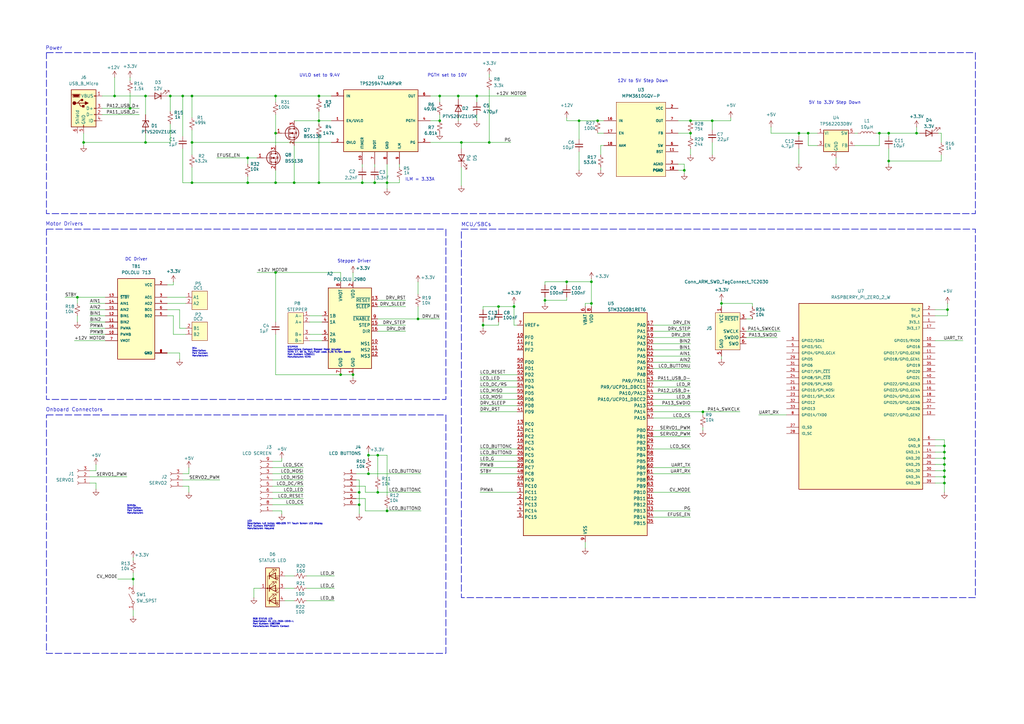
<source format=kicad_sch>
(kicad_sch (version 20250114) (generator "eeschema") (generator_version "9.0")
  (paper "A3")
  (title_block (title "Computer Vision-Based Table Tennis Training System PCB") (date "2025-07-26") (rev "1"))
  (lib_symbols
    (symbol "2x1_TERM_BLOCK_1"
      (property "Reference" "P2" (at 0 10.16 0))
      (property "Value" "LINEAR ACTUATOR" (at 0 7.62 0))
      (symbol "2x1_TERM_BLOCK_1_1_1"
        (pin input line (at 5.08 3.81 180) (length 2.54) (name "B1") (number "2"))
        (pin input line (at 5.08 1.27 180) (length 2.54) (name "B2") (number "1"))
      )
    )
    (symbol "2x1_TERM_BLOCK_6"
      (property "Reference" "P5" (at 0 9.398 0))
      (property "Value" "DC1" (at 0 7.62 0))
      (symbol "2x1_TERM_BLOCK_6_1_1"
        (pin input line (at 5.08 3.81 180) (length 2.54) (name "A1") (number "1"))
        (pin input line (at 5.08 1.27 180) (length 2.54) (name "A2") (number "2"))
      )
    )
    (symbol "4x1_TERM_PLUG_1"
      (property "Reference" "P8" (at -1.27 16.51 0))
      (property "Value" "XSTEPPER" (at -1.27 13.97 0))
      (symbol "4x1_TERM_PLUG_1_1_1"
        (pin input line (at 3.81 11.43 180) (length 2.54) (name "A-") (number "1"))
        (pin input line (at 3.81 8.89 180) (length 2.54) (name "A+") (number "2"))
        (pin input line (at 3.81 3.81 180) (length 2.54) (name "B+") (number "3"))
        (pin input line (at 3.81 1.27 180) (length 2.54) (name "B-") (number "4"))
      )
    )
    (symbol "Conn_01x03_Socket_1" (pin_names (offset 1.016) (hide yes))
      (property "Reference" "J3" (at 1.27 1.2701 0))
      (property "Value" "SERVO1" (at 1.27 -1.2699 0))
      (symbol "Conn_01x03_Socket_1_1_1"
        (pin passive line (at -5.08 2.54 0) (length 3.81) (name "Pin_1") (number "3"))
        (pin passive line (at -5.08 0 0) (length 3.81) (name "Pin_2") (number "2"))
        (pin passive line (at -5.08 -2.54 0) (length 3.81) (name "Pin_3") (number "1"))
      )
    )
    (symbol "Connector:Conn_01x03_Socket" (pin_names (offset 1.016) (hide yes))
      (property "Reference" "J4" (at 1.27 1.2701 0))
      (property "Value" "SERVO2" (at 1.27 -1.2699 0))
      (symbol "Conn_01x03_Socket_1_1"
        (pin passive line (at -5.08 2.54 0) (length 3.81) (name "Pin_1") (number "3"))
        (pin passive line (at -5.08 0 0) (length 3.81) (name "Pin_2") (number "2"))
        (pin passive line (at -5.08 -2.54 0) (length 3.81) (name "Pin_3") (number "1"))
      )
    )
    (symbol "Connector:Conn_01x06_Socket" (pin_names (offset 1.016) (hide yes))
      (property "Reference" "J" (at 0 7.62 0))
      (property "Value" "Conn_01x06_Socket" (at 0 -10.16 0))
      (symbol "Conn_01x06_Socket_1_1"
        (pin passive line (at -5.08 5.08 0) (length 3.81) (name "Pin_1") (number "1"))
        (pin passive line (at -5.08 2.54 0) (length 3.81) (name "Pin_2") (number "2"))
        (pin passive line (at -5.08 0 0) (length 3.81) (name "Pin_3") (number "3"))
        (pin passive line (at -5.08 -2.54 0) (length 3.81) (name "Pin_4") (number "4"))
        (pin passive line (at -5.08 -5.08 0) (length 3.81) (name "Pin_5") (number "5"))
        (pin passive line (at -5.08 -7.62 0) (length 3.81) (name "Pin_6") (number "6"))
      )
    )
    (symbol "Connector:Conn_01x09_Socket" (pin_names (offset 1.016) (hide yes))
      (property "Reference" "J5" (at 1.27 1.2701 0))
      (property "Value" "LCD SCREEN" (at 1.27 -1.2699 0))
      (symbol "Conn_01x09_Socket_1_1"
        (pin passive line (at -5.08 10.16 0) (length 3.81) (name "Pin_1") (number "9"))
        (pin passive line (at -5.08 7.62 0) (length 3.81) (name "Pin_2") (number "2"))
        (pin passive line (at -5.08 5.08 0) (length 3.81) (name "Pin_3") (number "3"))
        (pin passive line (at -5.08 2.54 0) (length 3.81) (name "Pin_4") (number "4"))
        (pin passive line (at -5.08 0 0) (length 3.81) (name "Pin_5") (number "5"))
        (pin passive line (at -5.08 -2.54 0) (length 3.81) (name "Pin_6") (number "6"))
        (pin passive line (at -5.08 -5.08 0) (length 3.81) (name "Pin_7") (number "7"))
        (pin passive line (at -5.08 -7.62 0) (length 3.81) (name "Pin_8") (number "8"))
        (pin passive line (at -5.08 -10.16 0) (length 3.81) (name "Pin_9") (number "1"))
      )
    )
    (symbol "Connector:Conn_ARM_SWD_TagConnect_TC2030" (in_bom no)
      (property "Reference" "J" (at 2.54 11.43 0))
      (property "Value" "Conn_ARM_SWD_TagConnect_TC2030" (at 5.08 8.89 0))
      (symbol "Conn_ARM_SWD_TagConnect_TC2030_0_0"
        (pin power_in line (at -2.54 10.16 270) (length 2.54) (name "VCC") (number "1"))
        (pin power_in line (at -2.54 -10.16 90) (length 2.54) (name "GND") (number "5"))
        (pin open_collector line (at 7.62 5.08 180) (length 2.54) (name "~{RESET}") (number "3"))
        (pin output line (at 7.62 0 180) (length 2.54) (name "SWCLK") (number "4"))
        (pin bidirectional line (at 7.62 -2.54 180) (length 2.54) (name "SWDIO") (number "2"))
        (pin input line (at 7.62 -5.08 180) (length 2.54) (name "SWO") (number "6"))
      )
    )
    (symbol "Connector:USB_B_Micro" (pin_names (offset 1.016))
      (property "Reference" "J" (at -5.08 11.43 0))
      (property "Value" "USB_B_Micro" (at -5.08 8.89 0))
      (symbol "USB_B_Micro_1_1"
        (pin passive line (at -2.54 -10.16 90) (length 2.54) (name "Shield") (number "6"))
        (pin power_out line (at 0 -10.16 90) (length 2.54) (name "GND") (number "5"))
        (pin power_out line (at 7.62 5.08 180) (length 2.54) (name "VBUS") (number "1"))
        (pin bidirectional line (at 7.62 0 180) (length 2.54) (name "D+") (number "3"))
        (pin bidirectional line (at 7.62 -2.54 180) (length 2.54) (name "D-") (number "2"))
        (pin passive line (at 7.62 -5.08 180) (length 2.54) (name "ID") (number "4"))
      )
    )
    (symbol "Device:C_Small" (pin_numbers (hide yes)) (pin_names (offset 0.254) (hide yes))
      (property "Reference" "C" (at 0.254 1.778 0))
      (property "Value" "C_Small" (at 0.254 -2.032 0))
      (symbol "C_Small_1_1"
        (pin passive line (at 0 2.54 270) (length 2.032) (name "~") (number "1"))
        (pin passive line (at 0 -2.54 90) (length 2.032) (name "~") (number "2"))
      )
    )
    (symbol "Device:C_Small_US" (pin_numbers (hide yes)) (pin_names (offset 0.254) (hide yes))
      (property "Reference" "C" (at 0.254 1.778 0))
      (property "Value" "C_Small_US" (at 0.254 -2.032 0))
      (symbol "C_Small_US_1_1"
        (pin passive line (at 0 2.54 270) (length 2.032) (name "~") (number "1"))
        (pin passive line (at 0 -2.54 90) (length 2.032) (name "~") (number "2"))
      )
    )
    (symbol "Device:L" (pin_numbers (hide yes)) (pin_names (offset 1.016) (hide yes))
      (property "Reference" "L" (at -1.27 0 90))
      (property "Value" "L" (at 1.905 0 90))
      (symbol "L_1_1"
        (pin passive line (at 0 3.81 270) (length 1.27) (name "1") (number "1"))
        (pin passive line (at 0 -3.81 90) (length 1.27) (name "2") (number "2"))
      )
    )
    (symbol "Device:LED" (pin_numbers (hide yes)) (pin_names (offset 1.016) (hide yes))
      (property "Reference" "D" (at 0 2.54 0))
      (property "Value" "LED" (at 0 -2.54 0))
      (symbol "LED_1_1"
        (pin passive line (at -3.81 0 0) (length 2.54) (name "K") (number "1"))
        (pin passive line (at 3.81 0 180) (length 2.54) (name "A") (number "2"))
      )
    )
    (symbol "Device:LED_KRGB" (pin_names (offset 0) (hide yes))
      (property "Reference" "D" (at 0 9.398 0))
      (property "Value" "LED_KRGB" (at 0 -8.89 0))
      (symbol "LED_KRGB_0_0"
        (text "R" (at 1.905 3.81 0) (effects (font (size 1.27 1.27))))
        (text "G" (at 1.905 -1.27 0) (effects (font (size 1.27 1.27))))
        (text "B" (at 1.905 -6.35 0) (effects (font (size 1.27 1.27))))
      )
      (symbol "LED_KRGB_1_1"
        (pin passive line (at -5.08 0 0) (length 2.54) (name "K") (number "1"))
        (pin passive line (at 5.08 5.08 180) (length 2.54) (name "RA") (number "2"))
        (pin passive line (at 5.08 0 180) (length 2.54) (name "GA") (number "3"))
        (pin passive line (at 5.08 -5.08 180) (length 2.54) (name "BA") (number "4"))
      )
    )
    (symbol "Device:R_Small_US" (pin_numbers (hide yes)) (pin_names (offset 0.254) (hide yes))
      (property "Reference" "R" (at 0.762 0.508 0))
      (property "Value" "R_Small_US" (at 0.762 -1.016 0))
      (symbol "R_Small_US_1_1"
        (pin passive line (at 0 2.54 270) (length 1.016) (name "~") (number "1"))
        (pin passive line (at 0 -2.54 90) (length 1.016) (name "~") (number "2"))
      )
    )
    (symbol "Diode:PTVS20VZ1USK" (pin_numbers (hide yes)) (pin_names (hide yes))
      (property "Reference" "D" (at 0 2.54 0))
      (property "Value" "PTVS20VZ1USK" (at 0 -2.54 0))
      (symbol "PTVS20VZ1USK_1_1"
        (pin passive line (at -3.81 0 0) (length 2.54) (name "K") (number "1"))
        (pin passive line (at 3.81 0 180) (length 2.54) (name "A") (number "2"))
      )
    )
    (symbol "Driver_Motor:Pololu_Breakout_A4988"
      (property "Reference" "A2" (at 7.874 34.29 0))
      (property "Value" "Pololu_Breakout_A4988" (at -12.0493 32.004 0))
      (symbol "Pololu_Breakout_A4988_1_1"
        (pin input line (at -10.16 10.16 0) (length 2.54) (name "~{RESET}") (number "13"))
        (pin input line (at -10.16 7.62 0) (length 2.54) (name "~{SLEEP}") (number "14"))
        (pin input line (at -10.16 2.54 0) (length 2.54) (name "~{ENABLE}") (number "9"))
        (pin input line (at -10.16 0 0) (length 2.54) (name "STEP") (number "15"))
        (pin input line (at -10.16 -2.54 0) (length 2.54) (name "DIR") (number "16"))
        (pin input line (at -10.16 -7.62 0) (length 2.54) (name "MS1") (number "10"))
        (pin input line (at -10.16 -10.16 0) (length 2.54) (name "MS2") (number "11"))
        (pin input line (at -10.16 -12.7 0) (length 2.54) (name "MS3") (number "12"))
        (pin power_in line (at 0 17.78 270) (length 2.54) (name "VDD") (number "2"))
        (pin power_in line (at 0 -20.32 90) (length 2.54) (name "GND") (number "1"))
        (pin power_in line (at 5.08 17.78 270) (length 2.54) (name "VMOT") (number "8"))
        (pin power_in line (at 5.08 -20.32 90) (length 2.54) (name "GND") (number "7"))
        (pin output line (at 12.7 3.81 180) (length 2.54) (name "1B") (number "3"))
        (pin output line (at 12.7 1.27 180) (length 2.54) (name "1A") (number "4"))
        (pin output line (at 12.7 -3.81 180) (length 2.54) (name "2A") (number "5"))
        (pin output line (at 12.7 -6.35 180) (length 2.54) (name "2B") (number "6"))
      )
    )
    (symbol "MCU_ST_STM32G0:STM32G0B1RETx"
      (property "Reference" "U" (at -25.4 46.99 0))
      (property "Value" "STM32G0B1RETx" (at 5.08 46.99 0))
      (symbol "STM32G0B1RETx_1_1"
        (pin input line (at -27.94 40.64 0) (length 2.54) (name "VREF+") (number "7"))
        (pin bidirectional line (at -27.94 35.56 0) (length 2.54) (name "PF0") (number "10"))
        (pin bidirectional line (at -27.94 33.02 0) (length 2.54) (name "PF1") (number "11"))
        (pin bidirectional line (at -27.94 30.48 0) (length 2.54) (name "PF2") (number "12"))
        (pin bidirectional line (at -27.94 25.4 0) (length 2.54) (name "PD0") (number "50"))
        (pin bidirectional line (at -27.94 22.86 0) (length 2.54) (name "PD1") (number "51"))
        (pin bidirectional line (at -27.94 20.32 0) (length 2.54) (name "PD2") (number "52"))
        (pin bidirectional line (at -27.94 17.78 0) (length 2.54) (name "PD3") (number "53"))
        (pin bidirectional line (at -27.94 15.24 0) (length 2.54) (name "PD4") (number "54"))
        (pin bidirectional line (at -27.94 12.7 0) (length 2.54) (name "PD5") (number "55"))
        (pin bidirectional line (at -27.94 10.16 0) (length 2.54) (name "PD6") (number "56"))
        (pin bidirectional line (at -27.94 7.62 0) (length 2.54) (name "PD8") (number "40"))
        (pin bidirectional line (at -27.94 5.08 0) (length 2.54) (name "PD9") (number "41"))
        (pin bidirectional line (at -27.94 0 0) (length 2.54) (name "PC0") (number "13"))
        (pin bidirectional line (at -27.94 -2.54 0) (length 2.54) (name "PC1") (number "14"))
        (pin bidirectional line (at -27.94 -5.08 0) (length 2.54) (name "PC2") (number "15"))
        (pin bidirectional line (at -27.94 -7.62 0) (length 2.54) (name "PC3") (number "16"))
        (pin bidirectional line (at -27.94 -10.16 0) (length 2.54) (name "PC4") (number "25"))
        (pin bidirectional line (at -27.94 -12.7 0) (length 2.54) (name "PC5") (number "26"))
        (pin bidirectional line (at -27.94 -15.24 0) (length 2.54) (name "PC6") (number "38"))
        (pin bidirectional line (at -27.94 -17.78 0) (length 2.54) (name "PC7") (number "39"))
        (pin bidirectional line (at -27.94 -20.32 0) (length 2.54) (name "PC8") (number "48"))
        (pin bidirectional line (at -27.94 -22.86 0) (length 2.54) (name "PC9") (number "49"))
        (pin bidirectional line (at -27.94 -25.4 0) (length 2.54) (name "PC10") (number "64"))
        (pin bidirectional line (at -27.94 -27.94 0) (length 2.54) (name "PC11") (number "1"))
        (pin bidirectional line (at -27.94 -30.48 0) (length 2.54) (name "PC12") (number "2"))
        (pin bidirectional line (at -27.94 -33.02 0) (length 2.54) (name "PC13") (number "3"))
        (pin bidirectional line (at -27.94 -35.56 0) (length 2.54) (name "PC14") (number "4"))
        (pin bidirectional line (at -27.94 -38.1 0) (length 2.54) (name "PC15") (number "5"))
        (pin power_in line (at 0 48.26 270) (length 2.54) (name "VBAT") (number "6"))
        (pin power_in line (at 0 -48.26 90) (length 2.54) (name "VSS") (number "9"))
        (pin power_in line (at 2.54 48.26 270) (length 2.54) (name "VDD") (number "8"))
        (pin bidirectional line (at 27.94 40.64 180) (length 2.54) (name "PA0") (number "17"))
        (pin bidirectional line (at 27.94 38.1 180) (length 2.54) (name "PA1") (number "18"))
        (pin bidirectional line (at 27.94 35.56 180) (length 2.54) (name "PA2") (number "19"))
        (pin bidirectional line (at 27.94 33.02 180) (length 2.54) (name "PA3") (number "20"))
        (pin bidirectional line (at 27.94 30.48 180) (length 2.54) (name "PA4") (number "21"))
        (pin bidirectional line (at 27.94 27.94 180) (length 2.54) (name "PA5") (number "22"))
        (pin bidirectional line (at 27.94 25.4 180) (length 2.54) (name "PA6") (number "23"))
        (pin bidirectional line (at 27.94 22.86 180) (length 2.54) (name "PA7") (number "24"))
        (pin bidirectional line (at 27.94 20.32 180) (length 2.54) (name "PA8") (number "36"))
        (pin bidirectional line (at 27.94 17.78 180) (length 2.54) (name "PA9/PA11") (number "43"))
        (pin bidirectional line (at 27.94 15.24 180) (length 2.54) (name "PA9/UCPD1_DBCC1") (number "37"))
        (pin bidirectional line (at 27.94 12.7 180) (length 2.54) (name "PA10/PA12") (number "44"))
        (pin bidirectional line (at 27.94 10.16 180) (length 2.54) (name "PA10/UCPD1_DBCC2") (number "42"))
        (pin bidirectional line (at 27.94 7.62 180) (length 2.54) (name "PA13") (number "45"))
        (pin bidirectional line (at 27.94 5.08 180) (length 2.54) (name "PA14") (number "46"))
        (pin bidirectional line (at 27.94 2.54 180) (length 2.54) (name "PA15") (number "47"))
        (pin bidirectional line (at 27.94 -2.54 180) (length 2.54) (name "PB0") (number "27"))
        (pin bidirectional line (at 27.94 -5.08 180) (length 2.54) (name "PB1") (number "28"))
        (pin bidirectional line (at 27.94 -7.62 180) (length 2.54) (name "PB2") (number "29"))
        (pin bidirectional line (at 27.94 -10.16 180) (length 2.54) (name "PB3") (number "57"))
        (pin bidirectional line (at 27.94 -12.7 180) (length 2.54) (name "PB4") (number "58"))
        (pin bidirectional line (at 27.94 -15.24 180) (length 2.54) (name "PB5") (number "59"))
        (pin bidirectional line (at 27.94 -17.78 180) (length 2.54) (name "PB6") (number "60"))
        (pin bidirectional line (at 27.94 -20.32 180) (length 2.54) (name "PB7") (number "61"))
        (pin bidirectional line (at 27.94 -22.86 180) (length 2.54) (name "PB8") (number "62"))
        (pin bidirectional line (at 27.94 -25.4 180) (length 2.54) (name "PB9") (number "63"))
        (pin bidirectional line (at 27.94 -27.94 180) (length 2.54) (name "PB10") (number "30"))
        (pin bidirectional line (at 27.94 -30.48 180) (length 2.54) (name "PB11") (number "31"))
        (pin bidirectional line (at 27.94 -33.02 180) (length 2.54) (name "PB12") (number "32"))
        (pin bidirectional line (at 27.94 -35.56 180) (length 2.54) (name "PB13") (number "33"))
        (pin bidirectional line (at 27.94 -38.1 180) (length 2.54) (name "PB14") (number "34"))
        (pin bidirectional line (at 27.94 -40.64 180) (length 2.54) (name "PB15") (number "35"))
      )
    )
    (symbol "MPM3610GQV-P:MPM3610GQV-P" (pin_names (offset 1.016))
      (property "Reference" "U" (at -10.16 16.002 0))
      (property "Value" "MPM3610GQV-P" (at -10.16 -17.78 0))
      (symbol "MPM3610GQV-P_0_0"
        (pin input line (at -15.24 7.62 0) (length 5.08) (name "IN") (number "16"))
        (pin input line (at -15.24 2.54 0) (length 5.08) (name "EN") (number "17"))
        (pin input line (at -15.24 -2.54 0) (length 5.08) (name "AAM") (number "18"))
        (pin power_in line (at 15.24 12.7 180) (length 5.08) (name "VCC") (number "2"))
        (pin output line (at 15.24 7.62 180) (length 5.08) (name "OUT") (number "7"))
        (pin input line (at 15.24 2.54 180) (length 5.08) (name "FB") (number "1"))
        (pin output line (at 15.24 -2.54 180) (length 5.08) (name "SW") (number "6"))
        (pin passive line (at 15.24 -5.08 180) (length 5.08) (name "BST") (number "11"))
        (pin power_in line (at 15.24 -10.16 180) (length 5.08) (name "AGND") (number "3"))
        (pin power_in line (at 15.24 -12.7 180) (length 5.08) (name "PGND") (number "12"))
        (pin power_in line (at 15.24 -12.7 180) (length 5.08) (name "PGND") (number "13"))
        (pin power_in line (at 15.24 -12.7 180) (length 5.08) (name "PGND") (number "14"))
      )
    )
    (symbol "Pololu-713:POLOLU-713" (pin_names (offset 1.016))
      (property "Reference" "TB" (at -7.6288 15.8933 0))
      (property "Value" "POLOLU-713" (at -7.622 -20.3255 0))
      (symbol "POLOLU-713_0_0"
        (pin input line (at -12.7 7.62 0) (length 5.08) (name "~{STBY}") (number "13"))
        (pin input line (at -12.7 5.08 0) (length 5.08) (name "AIN1") (number "14"))
        (pin input line (at -12.7 2.54 0) (length 5.08) (name "AIN2") (number "15"))
        (pin input line (at -12.7 0 0) (length 5.08) (name "BIN1") (number "12"))
        (pin input line (at -12.7 -2.54 0) (length 5.08) (name "BIN2") (number "11"))
        (pin input line (at -12.7 -5.08 0) (length 5.08) (name "PWMA") (number "16"))
        (pin input line (at -12.7 -7.62 0) (length 5.08) (name "PWMB") (number "10"))
        (pin input line (at -12.7 -10.16 0) (length 5.08) (name "VMOT") (number "7"))
        (pin power_in line (at 12.7 12.7 180) (length 5.08) (name "VCC") (number "2"))
        (pin output line (at 12.7 7.62 180) (length 5.08) (name "AO1") (number "3"))
        (pin output line (at 12.7 5.08 180) (length 5.08) (name "AO2") (number "4"))
        (pin output line (at 12.7 2.54 180) (length 5.08) (name "BO1") (number "6"))
        (pin output line (at 12.7 0 180) (length 5.08) (name "BO2") (number "5"))
        (pin power_in line (at 12.7 -15.24 180) (length 5.08) (name "GND") (number "1"))
        (pin power_in line (at 12.7 -15.24 180) (length 5.08) (name "GND") (number "8"))
        (pin power_in line (at 12.7 -15.24 180) (length 5.08) (name "GND") (number "9"))
      )
    )
    (symbol "RASPBERRY PI ZERO 2 W:RASPBERRY_PI_ZERO_2_W" (pin_names (offset 1.016))
      (property "Reference" "U" (at -25.42 39.3962 0))
      (property "Value" "RASPBERRY_PI_ZERO_2_W" (at -25.4191 -40.6687 0))
      (symbol "RASPBERRY_PI_ZERO_2_W_0_0"
        (pin bidirectional line (at -30.48 22.86 0) (length 5.08) (name "GPIO2/SDA1") (number "3"))
        (pin bidirectional line (at -30.48 20.32 0) (length 5.08) (name "GPIO3/SCL") (number "5"))
        (pin bidirectional line (at -30.48 17.78 0) (length 5.08) (name "GPIO4/GPIO_GCLK") (number "7"))
        (pin bidirectional line (at -30.48 15.24 0) (length 5.08) (name "GPIO5") (number "29"))
        (pin bidirectional line (at -30.48 12.7 0) (length 5.08) (name "GPIO6") (number "31"))
        (pin bidirectional line (at -30.48 10.16 0) (length 5.08) (name "GPIO7/SPI_~{CE1}") (number "26"))
        (pin bidirectional line (at -30.48 7.62 0) (length 5.08) (name "GPIO8/SPI_~{CE0}") (number "24"))
        (pin bidirectional line (at -30.48 5.08 0) (length 5.08) (name "GPIO9/SPI_MISO") (number "21"))
        (pin bidirectional line (at -30.48 2.54 0) (length 5.08) (name "GPIO10/SPI_MOSI") (number "19"))
        (pin bidirectional line (at -30.48 0 0) (length 5.08) (name "GPIO11/SPI_SCLK") (number "23"))
        (pin bidirectional line (at -30.48 -2.54 0) (length 5.08) (name "GPIO12") (number "32"))
        (pin bidirectional line (at -30.48 -5.08 0) (length 5.08) (name "GPIO13") (number "33"))
        (pin bidirectional line (at -30.48 -7.62 0) (length 5.08) (name "GPIO14/TXD0") (number "8"))
        (pin bidirectional line (at -30.48 -12.7 0) (length 5.08) (name "ID_SD") (number "27"))
        (pin bidirectional line (at -30.48 -15.24 0) (length 5.08) (name "ID_SC") (number "28"))
        (pin power_in line (at 30.48 35.56 180) (length 5.08) (name "5V_2") (number "2"))
        (pin power_in line (at 30.48 33.02 180) (length 5.08) (name "5V_4") (number "4"))
        (pin power_in line (at 30.48 30.48 180) (length 5.08) (name "3V3_1") (number "1"))
        (pin power_in line (at 30.48 27.94 180) (length 5.08) (name "3V3_17") (number "17"))
        (pin bidirectional line (at 30.48 22.86 180) (length 5.08) (name "GPIO15/RXD0") (number "10"))
        (pin bidirectional line (at 30.48 20.32 180) (length 5.08) (name "GPIO16") (number "36"))
        (pin bidirectional line (at 30.48 17.78 180) (length 5.08) (name "GPIO17/GPIO_GEN0") (number "11"))
        (pin bidirectional line (at 30.48 15.24 180) (length 5.08) (name "GPIO18/GPIO_GEN1") (number "12"))
        (pin bidirectional line (at 30.48 12.7 180) (length 5.08) (name "GPIO19") (number "35"))
        (pin bidirectional line (at 30.48 10.16 180) (length 5.08) (name "GPIO20") (number "38"))
        (pin bidirectional line (at 30.48 7.62 180) (length 5.08) (name "GPIO21") (number "40"))
        (pin bidirectional line (at 30.48 5.08 180) (length 5.08) (name "GPIO22/GPIO_GEN3") (number "15"))
        (pin bidirectional line (at 30.48 2.54 180) (length 5.08) (name "GPIO23/GPIO_GEN4") (number "16"))
        (pin bidirectional line (at 30.48 0 180) (length 5.08) (name "GPIO24/GPIO_GEN5") (number "18"))
        (pin bidirectional line (at 30.48 -2.54 180) (length 5.08) (name "GPIO25/GPIO_GEN6") (number "22"))
        (pin bidirectional line (at 30.48 -5.08 180) (length 5.08) (name "GPIO26") (number "37"))
        (pin bidirectional line (at 30.48 -7.62 180) (length 5.08) (name "GPIO27/GPIO_GEN2") (number "13"))
        (pin power_in line (at 30.48 -17.78 180) (length 5.08) (name "GND_6") (number "6"))
        (pin power_in line (at 30.48 -20.32 180) (length 5.08) (name "GND_9") (number "9"))
        (pin power_in line (at 30.48 -22.86 180) (length 5.08) (name "GND_14") (number "14"))
        (pin power_in line (at 30.48 -25.4 180) (length 5.08) (name "GND_20") (number "20"))
        (pin power_in line (at 30.48 -27.94 180) (length 5.08) (name "GND_25") (number "25"))
        (pin power_in line (at 30.48 -30.48 180) (length 5.08) (name "GND_30") (number "30"))
        (pin power_in line (at 30.48 -33.02 180) (length 5.08) (name "GND_34") (number "34"))
        (pin power_in line (at 30.48 -35.56 180) (length 5.08) (name "GND_39") (number "39"))
      )
    )
    (symbol "Regulator_Switching:TPS62203DBV" (pin_names (offset 0.254))
      (property "Reference" "U" (at -5.08 7.62 0))
      (property "Value" "TPS62203DBV" (at 0 7.62 0))
      (symbol "TPS62203DBV_1_1"
        (pin power_in line (at -7.62 5.08 0) (length 2.54) (name "VI") (number "1"))
        (pin input line (at -7.62 0 0) (length 2.54) (name "EN") (number "3"))
        (pin power_in line (at 0 -5.08 90) (length 2.54) (name "GND") (number "2"))
        (pin output line (at 7.62 5.08 180) (length 2.54) (name "SW") (number "5"))
        (pin input line (at 7.62 0 180) (length 2.54) (name "FB") (number "4"))
      )
    )
    (symbol "Switch:SW_SPST" (pin_names (offset 0) (hide yes))
      (property "Reference" "SW" (at 0 3.175 0))
      (property "Value" "SW_SPST" (at 0 -2.54 0))
      (symbol "SW_SPST_1_1"
        (pin passive line (at -5.08 0 0) (length 2.54) (name "A") (number "1"))
        (pin passive line (at 5.08 0 180) (length 2.54) (name "B") (number "2"))
      )
    )
    (symbol "TPS259474ARPWR:TPS259474ARPWR" (pin_names (offset 1.016))
      (property "Reference" "U" (at -12.7 13.462 0))
      (property "Value" "TPS259474ARPWR" (at -10.414 14.732 0))
      (symbol "TPS259474ARPWR_0_0"
        (pin input line (at -17.78 10.16 0) (length 5.08) (name "IN") (number "5"))
        (pin input line (at -17.78 0 0) (length 5.08) (name "EN/UVLO") (number "1"))
        (pin input line (at -17.78 -8.89 0) (length 5.08) (name "OVLO") (number "2"))
        (pin output line (at -5.08 -17.78 90) (length 5.08) (name "ITIMER") (number "10"))
        (pin output line (at 0 -17.78 90) (length 5.08) (name "DVDT") (number "7"))
        (pin power_in line (at 5.08 -17.78 90) (length 5.08) (name "GND") (number "8"))
        (pin output line (at 10.16 -17.78 90) (length 5.08) (name "ILM") (number "9"))
        (pin output line (at 22.86 10.16 180) (length 5.08) (name "OUT") (number "6"))
        (pin input line (at 22.86 0 180) (length 5.08) (name "PGTH") (number "4"))
        (pin output line (at 22.86 -8.89 180) (length 5.08) (name "PG") (number "3"))
      )
    )
    (symbol "Transistor_FET:BSS138" (pin_names (hide yes))
      (property "Reference" "Q" (at 5.08 1.905 0))
      (property "Value" "BSS138" (at 5.08 0 0))
      (symbol "BSS138_1_1"
        (pin input line (at -5.08 0 0) (length 2.54) (name "G") (number "1"))
        (pin passive line (at 2.54 5.08 270) (length 2.54) (name "D") (number "3"))
        (pin passive line (at 2.54 -5.08 90) (length 2.54) (name "S") (number "2"))
      )
    )
    (symbol "power:+12V" (power) (pin_numbers (hide yes)) (pin_names (offset 0) (hide yes))
      (property "Value" "+12V" (at 0 3.556 0))
      (symbol "+12V_1_1"
        (pin power_in line (at 0 0 90) (length 0) (name "~") (number "1"))
      )
    )
    (symbol "power:+3.3V" (power) (pin_numbers (hide yes)) (pin_names (offset 0) (hide yes))
      (property "Value" "+3.3V" (at 0 3.556 0))
      (symbol "+3.3V_1_1"
        (pin power_in line (at 0 0 90) (length 0) (name "~") (number "1"))
      )
    )
    (symbol "power:+5V" (power) (pin_numbers (hide yes)) (pin_names (offset 0) (hide yes))
      (property "Value" "+5V" (at 0 3.556 0))
      (symbol "+5V_1_1"
        (pin power_in line (at 0 0 90) (length 0) (name "~") (number "1"))
      )
    )
    (symbol "power:GND" (power) (pin_numbers (hide yes)) (pin_names (offset 0) (hide yes))
      (property "Value" "GND" (at 0 -3.81 0))
      (symbol "GND_1_1"
        (pin power_in line (at 0 0 270) (length 0) (name "~") (number "1"))
      )
    )
  )
  (rectangle (start 19.05 170.18) (end 182.88 267.97) (stroke (width 0.254) (type dash)))
  (rectangle (start 189.23 93.98) (end 400.05 245.11) (stroke (width 0.254) (type dash)))
  (rectangle (start 19.05 21.59) (end 400.05 87.63) (stroke (width 0.254) (type dash)))
  (rectangle (start 19.05 93.98) (end 182.88 163.83) (stroke (width 0.254) (type dash)))
  (text "MCU/SBCs" (at 195.326 92.202 0) (effects (font (size 1.524 1.524))))
  (text "STEPPER\nDescription: Compact Stepper Motor Actuator\nNEMA 17, 50 lb. Pull/Push Load, 1.25 in/Sec Speed\nPart Number: 4290N11\nManufacturer: NEMA" (at 117.856 144.526 0) (effects (font (size 0.635 0.635)) (justify left)))
  (text "RGB STATUS LED\nDescription: HS LCA-RGB-10X5-L\nPart Number: 1082299\nManufacturer: Phoenix Contact" (at 103.632 255.524 0) (effects (font (size 0.635 0.635)) (justify left)))
  (text "UVLO set to 9.4V" (at 131.064 30.988 0) (effects (font (size 1.27 1.27))))
  (text "Motor Drivers" (at 26.416 91.948 0) (effects (font (size 1.524 1.524))))
  (text "PGTH set to 10V" (at 183.388 30.988 0) (effects (font (size 1.27 1.27))))
  (text "SERVOs\nDescription:\nPart Number:\nManufacturer:" (at 52.07 209.042 0) (effects (font (size 0.635 0.635)) (justify left)))
  (text "ILM = 3.33A" (at 172.212 73.66 0) (effects (font (size 1.27 1.27))))
  (text "5V to 3.3V Step Down" (at 342.392 42.164 0) (effects (font (size 1.27 1.27))))
  (text "Stepper Driver" (at 145.288 107.188 0) (effects (font (size 1.27 1.27))))
  (text "DCs\nDescription:\nPart Number:\nManufacturer:" (at 78.74 144.526 0) (effects (font (size 0.635 0.635)) (justify left)))
  (text "Power" (at 22.098 19.812 0) (effects (font (size 1.524 1.524))))
  (text "LCD\nDescription: 4.0 Inches 480x320 TFT Touch Screen LCD Display\nPart Number: MSP4022\nManufacturer: Hosyond" (at 101.346 215.392 0) (effects (font (size 0.635 0.635)) (justify left)))
  (text "Onboard Connectors\n" (at 30.48 168.148 0) (effects (font (size 1.524 1.524))))
  (text "DC Driver" (at 55.88 106.426 0) (effects (font (size 1.27 1.27))))
  (text "12V to 5V Step Down" (at 263.652 33.274 0) (effects (font (size 1.27 1.27))))
  (junction (at 59.69 39.37))
  (junction (at 198.12 133.35))
  (junction (at 113.03 74.93))
  (junction (at 388.62 127))
  (junction (at 195.58 39.37))
  (junction (at 364.49 66.04))
  (junction (at 139.7 153.67))
  (junction (at 295.91 124.46))
  (junction (at 245.11 49.53))
  (junction (at 158.75 74.93))
  (junction (at 387.35 190.5))
  (junction (at 292.1 49.53))
  (junction (at 69.85 39.37))
  (junction (at 151.13 194.31))
  (junction (at 283.21 54.61))
  (junction (at 78.74 39.37))
  (junction (at 148.59 74.93))
  (junction (at 78.74 58.42))
  (junction (at 120.65 74.93))
  (junction (at 46.99 39.37))
  (junction (at 113.03 39.37))
  (junction (at 151.13 186.69))
  (junction (at 242.57 124.46))
  (junction (at 130.81 39.37))
  (junction (at 387.35 182.88))
  (junction (at 360.68 54.61))
  (junction (at 154.94 201.93))
  (junction (at 31.75 121.92))
  (junction (at 387.35 193.04))
  (junction (at 387.35 185.42))
  (junction (at 180.34 39.37))
  (junction (at 283.21 49.53))
  (junction (at 223.52 123.19))
  (junction (at 53.34 44.45))
  (junction (at 130.81 74.93))
  (junction (at 387.35 195.58))
  (junction (at 375.92 54.61))
  (junction (at 242.57 115.57))
  (junction (at 189.23 58.42))
  (junction (at 34.29 58.42))
  (junction (at 101.6 64.77))
  (junction (at 180.34 49.53))
  (junction (at 210.82 125.73))
  (junction (at 331.47 54.61))
  (junction (at 147.32 207.01))
  (junction (at 280.67 69.85))
  (junction (at 204.47 125.73))
  (junction (at 113.03 54.61))
  (junction (at 78.74 74.93))
  (junction (at 130.81 49.53))
  (junction (at 237.49 49.53))
  (junction (at 171.45 130.81))
  (junction (at 288.29 168.91))
  (junction (at 200.66 58.42))
  (junction (at 387.35 198.12))
  (junction (at 54.61 237.49))
  (junction (at 158.75 209.55))
  (junction (at 74.93 39.37))
  (junction (at 113.03 111.76))
  (junction (at 101.6 74.93))
  (junction (at 327.66 54.61))
  (junction (at 153.67 74.93))
  (junction (at 59.69 58.42))
  (junction (at 364.49 54.61))
  (junction (at 232.41 115.57))
  (junction (at 187.96 39.37))
  (junction (at 154.94 186.69))
  (junction (at 387.35 187.96))
  (junction (at 147.32 201.93))
  (junction (at 144.78 153.67))
  (wire (pts (xy 308.61 125.73) (xy 308.61 124.46)))
  (wire (pts (xy 196.85 189.23) (xy 212.09 189.23)))
  (wire (pts (xy 158.75 186.69) (xy 158.75 203.2)))
  (wire (pts (xy 73.66 134.62) (xy 76.2 134.62)))
  (wire (pts (xy 130.81 74.93) (xy 148.59 74.93)))
  (wire (pts (xy 195.58 41.91) (xy 195.58 39.37)))
  (wire (pts (xy 278.13 67.31) (xy 280.67 67.31)))
  (wire (pts (xy 387.35 187.96) (xy 387.35 190.5)))
  (wire (pts (xy 36.83 198.12) (xy 39.37 198.12)))
  (wire (pts (xy 386.08 66.04) (xy 386.08 63.5)))
  (wire (pts (xy 158.75 209.55) (xy 158.75 208.28)))
  (wire (pts (xy 130.81 39.37) (xy 130.81 40.64)))
  (wire (pts (xy 327.66 60.96) (xy 327.66 67.31)))
  (wire (pts (xy 320.04 135.89) (xy 306.07 135.89)))
  (wire (pts (xy 198.12 132.08) (xy 198.12 133.35)))
  (wire (pts (xy 153.67 74.93) (xy 158.75 74.93)))
  (wire (pts (xy 198.12 133.35) (xy 204.47 133.35)))
  (wire (pts (xy 387.35 193.04) (xy 387.35 195.58)))
  (wire (pts (xy 53.34 44.45) (xy 57.15 44.45)))
  (wire (pts (xy 189.23 68.58) (xy 189.23 76.2)))
  (wire (pts (xy 196.85 191.77) (xy 212.09 191.77)))
  (wire (pts (xy 31.75 121.92) (xy 43.18 121.92)))
  (wire (pts (xy 189.23 58.42) (xy 200.66 58.42)))
  (wire (pts (xy 36.83 129.54) (xy 43.18 129.54)))
  (wire (pts (xy 139.7 153.67) (xy 144.78 153.67)))
  (wire (pts (xy 383.54 187.96) (xy 387.35 187.96)))
  (wire (pts (xy 34.29 58.42) (xy 34.29 59.69)))
  (wire (pts (xy 77.47 199.39) (xy 77.47 201.93)))
  (wire (pts (xy 198.12 125.73) (xy 204.47 125.73)))
  (wire (pts (xy 187.96 48.26) (xy 187.96 49.53)))
  (wire (pts (xy 68.58 144.78) (xy 73.66 144.78)))
  (wire (pts (xy 196.85 168.91) (xy 212.09 168.91)))
  (wire (pts (xy 196.85 194.31) (xy 212.09 194.31)))
  (wire (pts (xy 267.97 179.07) (xy 283.21 179.07)))
  (wire (pts (xy 232.41 115.57) (xy 223.52 115.57)))
  (wire (pts (xy 210.82 133.35) (xy 212.09 133.35)))
  (wire (pts (xy 125.73 236.22) (xy 137.16 236.22)))
  (wire (pts (xy 41.91 46.99) (xy 57.15 46.99)))
  (wire (pts (xy 130.81 45.72) (xy 130.81 49.53)))
  (wire (pts (xy 41.91 44.45) (xy 53.34 44.45)))
  (wire (pts (xy 113.03 69.85) (xy 113.03 74.93)))
  (wire (pts (xy 278.13 49.53) (xy 283.21 49.53)))
  (wire (pts (xy 283.21 54.61) (xy 283.21 55.88)))
  (wire (pts (xy 163.83 73.66) (xy 163.83 74.93)))
  (wire (pts (xy 149.86 199.39) (xy 149.86 201.93)))
  (wire (pts (xy 154.94 125.73) (xy 166.37 125.73)))
  (wire (pts (xy 68.58 124.46) (xy 76.2 124.46)))
  (wire (pts (xy 383.54 185.42) (xy 387.35 185.42)))
  (wire (pts (xy 77.47 194.31) (xy 77.47 191.77)))
  (wire (pts (xy 127 139.7) (xy 132.08 139.7)))
  (wire (pts (xy 68.58 121.92) (xy 76.2 121.92)))
  (wire (pts (xy 171.45 115.57) (xy 171.45 120.65)))
  (wire (pts (xy 78.74 74.93) (xy 74.93 74.93)))
  (wire (pts (xy 127 137.16) (xy 132.08 137.16)))
  (wire (pts (xy 69.85 58.42) (xy 59.69 58.42)))
  (wire (pts (xy 105.41 111.76) (xy 113.03 111.76)))
  (wire (pts (xy 196.85 158.75) (xy 212.09 158.75)))
  (wire (pts (xy 158.75 186.69) (xy 154.94 186.69)))
  (wire (pts (xy 242.57 114.3) (xy 242.57 115.57)))
  (wire (pts (xy 292.1 53.34) (xy 292.1 49.53)))
  (wire (pts (xy 267.97 156.21) (xy 283.21 156.21)))
  (wire (pts (xy 240.03 222.25) (xy 240.03 224.79)))
  (wire (pts (xy 232.41 49.53) (xy 237.49 49.53)))
  (wire (pts (xy 116.84 236.22) (xy 120.65 236.22)))
  (wire (pts (xy 130.81 50.8) (xy 130.81 49.53)))
  (wire (pts (xy 113.03 111.76) (xy 139.7 111.76)))
  (wire (pts (xy 245.11 54.61) (xy 247.65 54.61)))
  (wire (pts (xy 113.03 74.93) (xy 120.65 74.93)))
  (wire (pts (xy 78.74 58.42) (xy 135.89 58.42)))
  (wire (pts (xy 54.61 228.6) (xy 54.61 229.87)))
  (wire (pts (xy 280.67 67.31) (xy 280.67 69.85)))
  (wire (pts (xy 198.12 127) (xy 198.12 125.73)))
  (wire (pts (xy 318.77 138.43) (xy 306.07 138.43)))
  (wire (pts (xy 383.54 139.7) (xy 394.97 139.7)))
  (wire (pts (xy 295.91 123.19) (xy 295.91 124.46)))
  (wire (pts (xy 130.81 55.88) (xy 130.81 74.93)))
  (wire (pts (xy 278.13 54.61) (xy 283.21 54.61)))
  (wire (pts (xy 180.34 39.37) (xy 187.96 39.37)))
  (wire (pts (xy 267.97 146.05) (xy 283.21 146.05)))
  (wire (pts (xy 78.74 74.93) (xy 101.6 74.93)))
  (wire (pts (xy 245.11 49.53) (xy 237.49 49.53)))
  (wire (pts (xy 148.59 68.58) (xy 148.59 67.31)))
  (wire (pts (xy 130.81 49.53) (xy 135.89 49.53)))
  (wire (pts (xy 111.76 199.39) (xy 124.46 199.39)))
  (wire (pts (xy 149.86 209.55) (xy 158.75 209.55)))
  (wire (pts (xy 116.84 241.3) (xy 120.65 241.3)))
  (wire (pts (xy 387.35 195.58) (xy 387.35 198.12)))
  (wire (pts (xy 113.03 54.61) (xy 113.03 59.69)))
  (wire (pts (xy 327.66 54.61) (xy 331.47 54.61)))
  (wire (pts (xy 36.83 132.08) (xy 43.18 132.08)))
  (wire (pts (xy 375.92 52.07) (xy 375.92 54.61)))
  (wire (pts (xy 195.58 46.99) (xy 195.58 49.53)))
  (wire (pts (xy 267.97 201.93) (xy 283.21 201.93)))
  (wire (pts (xy 88.9 64.77) (xy 101.6 64.77)))
  (wire (pts (xy 120.65 59.69) (xy 120.65 74.93)))
  (wire (pts (xy 240.03 124.46) (xy 242.57 124.46)))
  (wire (pts (xy 127 129.54) (xy 132.08 129.54)))
  (wire (pts (xy 247.65 59.69) (xy 246.38 59.69)))
  (wire (pts (xy 267.97 135.89) (xy 283.21 135.89)))
  (wire (pts (xy 267.97 140.97) (xy 283.21 140.97)))
  (wire (pts (xy 116.84 246.38) (xy 120.65 246.38)))
  (wire (pts (xy 111.76 207.01) (xy 124.46 207.01)))
  (wire (pts (xy 148.59 73.66) (xy 148.59 74.93)))
  (wire (pts (xy 200.66 58.42) (xy 200.66 36.83)))
  (wire (pts (xy 74.93 196.85) (xy 90.17 196.85)))
  (wire (pts (xy 387.35 182.88) (xy 387.35 185.42)))
  (wire (pts (xy 232.41 121.92) (xy 232.41 123.19)))
  (wire (pts (xy 295.91 124.46) (xy 295.91 125.73)))
  (wire (pts (xy 113.03 153.67) (xy 139.7 153.67)))
  (wire (pts (xy 267.97 163.83) (xy 283.21 163.83)))
  (wire (pts (xy 46.99 31.75) (xy 46.99 39.37)))
  (wire (pts (xy 73.66 127) (xy 73.66 134.62)))
  (wire (pts (xy 242.57 124.46) (xy 242.57 125.73)))
  (wire (pts (xy 74.93 199.39) (xy 77.47 199.39)))
  (wire (pts (xy 113.03 111.76) (xy 113.03 132.08)))
  (wire (pts (xy 68.58 129.54) (xy 71.12 129.54)))
  (wire (pts (xy 68.58 39.37) (xy 69.85 39.37)))
  (wire (pts (xy 267.97 212.09) (xy 283.21 212.09)))
  (wire (pts (xy 36.83 195.58) (xy 52.07 195.58)))
  (wire (pts (xy 71.12 129.54) (xy 71.12 137.16)))
  (wire (pts (xy 151.13 193.04) (xy 151.13 194.31)))
  (wire (pts (xy 31.75 121.92) (xy 31.75 124.46)))
  (wire (pts (xy 223.52 115.57) (xy 223.52 116.84)))
  (wire (pts (xy 151.13 186.69) (xy 154.94 186.69)))
  (wire (pts (xy 176.53 49.53) (xy 180.34 49.53)))
  (wire (pts (xy 113.03 39.37) (xy 130.81 39.37)))
  (wire (pts (xy 158.75 77.47) (xy 158.75 74.93)))
  (wire (pts (xy 171.45 130.81) (xy 180.34 130.81)))
  (wire (pts (xy 147.32 196.85) (xy 147.32 201.93)))
  (wire (pts (xy 154.94 200.66) (xy 154.94 201.93)))
  (wire (pts (xy 125.73 241.3) (xy 137.16 241.3)))
  (wire (pts (xy 292.1 49.53) (xy 299.72 49.53)))
  (wire (pts (xy 154.94 123.19) (xy 166.37 123.19)))
  (wire (pts (xy 196.85 186.69) (xy 212.09 186.69)))
  (wire (pts (xy 78.74 39.37) (xy 113.03 39.37)))
  (wire (pts (xy 74.93 60.96) (xy 74.93 74.93)))
  (wire (pts (xy 267.97 176.53) (xy 283.21 176.53)))
  (wire (pts (xy 101.6 74.93) (xy 113.03 74.93)))
  (wire (pts (xy 311.15 170.18) (xy 322.58 170.18)))
  (wire (pts (xy 30.48 139.7) (xy 43.18 139.7)))
  (wire (pts (xy 189.23 58.42) (xy 189.23 60.96)))
  (wire (pts (xy 267.97 171.45) (xy 283.21 171.45)))
  (wire (pts (xy 383.54 127) (xy 388.62 127)))
  (wire (pts (xy 176.53 58.42) (xy 189.23 58.42)))
  (wire (pts (xy 267.97 158.75) (xy 283.21 158.75)))
  (wire (pts (xy 387.35 185.42) (xy 387.35 187.96)))
  (wire (pts (xy 69.85 50.8) (xy 69.85 58.42)))
  (wire (pts (xy 280.67 69.85) (xy 280.67 71.12)))
  (wire (pts (xy 111.76 196.85) (xy 124.46 196.85)))
  (wire (pts (xy 387.35 190.5) (xy 387.35 193.04)))
  (wire (pts (xy 120.65 74.93) (xy 130.81 74.93)))
  (wire (pts (xy 54.61 234.95) (xy 54.61 237.49)))
  (wire (pts (xy 288.29 168.91) (xy 303.53 168.91)))
  (wire (pts (xy 360.68 54.61) (xy 364.49 54.61)))
  (wire (pts (xy 267.97 194.31) (xy 283.21 194.31)))
  (wire (pts (xy 246.38 68.58) (xy 246.38 69.85)))
  (wire (pts (xy 387.35 180.34) (xy 387.35 182.88)))
  (wire (pts (xy 146.05 201.93) (xy 147.32 201.93)))
  (wire (pts (xy 327.66 54.61) (xy 327.66 55.88)))
  (wire (pts (xy 158.75 209.55) (xy 172.72 209.55)))
  (wire (pts (xy 364.49 54.61) (xy 364.49 55.88)))
  (wire (pts (xy 267.97 151.13) (xy 283.21 151.13)))
  (wire (pts (xy 127 132.08) (xy 132.08 132.08)))
  (wire (pts (xy 148.59 74.93) (xy 153.67 74.93)))
  (wire (pts (xy 278.13 69.85) (xy 280.67 69.85)))
  (wire (pts (xy 198.12 134.62) (xy 198.12 133.35)))
  (wire (pts (xy 267.97 209.55) (xy 283.21 209.55)))
  (wire (pts (xy 210.82 124.46) (xy 210.82 125.73)))
  (wire (pts (xy 283.21 49.53) (xy 292.1 49.53)))
  (wire (pts (xy 158.75 67.31) (xy 158.75 74.93)))
  (wire (pts (xy 166.37 135.89) (xy 154.94 135.89)))
  (wire (pts (xy 295.91 146.05) (xy 295.91 147.32)))
  (wire (pts (xy 384.81 54.61) (xy 386.08 54.61)))
  (wire (pts (xy 364.49 66.04) (xy 364.49 67.31)))
  (wire (pts (xy 46.99 39.37) (xy 41.91 39.37)))
  (wire (pts (xy 115.57 209.55) (xy 115.57 210.82)))
  (wire (pts (xy 163.83 74.93) (xy 158.75 74.93)))
  (wire (pts (xy 153.67 73.66) (xy 153.67 74.93)))
  (wire (pts (xy 171.45 125.73) (xy 171.45 130.81)))
  (wire (pts (xy 146.05 194.31) (xy 151.13 194.31)))
  (wire (pts (xy 78.74 68.58) (xy 78.74 74.93)))
  (wire (pts (xy 74.93 39.37) (xy 78.74 39.37)))
  (wire (pts (xy 200.66 30.48) (xy 200.66 31.75)))
  (wire (pts (xy 74.93 194.31) (xy 77.47 194.31)))
  (wire (pts (xy 111.76 201.93) (xy 124.46 201.93)))
  (wire (pts (xy 383.54 129.54) (xy 388.62 129.54)))
  (wire (pts (xy 78.74 58.42) (xy 78.74 63.5)))
  (wire (pts (xy 154.94 201.93) (xy 172.72 201.93)))
  (wire (pts (xy 153.67 67.31) (xy 153.67 68.58)))
  (wire (pts (xy 232.41 115.57) (xy 232.41 116.84)))
  (wire (pts (xy 115.57 187.96) (xy 115.57 189.23)))
  (wire (pts (xy 69.85 39.37) (xy 69.85 45.72)))
  (wire (pts (xy 246.38 59.69) (xy 246.38 63.5)))
  (wire (pts (xy 111.76 191.77) (xy 124.46 191.77)))
  (wire (pts (xy 331.47 59.69) (xy 331.47 54.61)))
  (wire (pts (xy 383.54 182.88) (xy 387.35 182.88)))
  (wire (pts (xy 34.29 54.61) (xy 34.29 58.42)))
  (wire (pts (xy 267.97 148.59) (xy 283.21 148.59)))
  (wire (pts (xy 335.28 59.69) (xy 331.47 59.69)))
  (wire (pts (xy 146.05 204.47) (xy 149.86 204.47)))
  (wire (pts (xy 210.82 125.73) (xy 210.82 133.35)))
  (wire (pts (xy 144.78 111.76) (xy 144.78 115.57)))
  (wire (pts (xy 232.41 115.57) (xy 242.57 115.57)))
  (wire (pts (xy 139.7 111.76) (xy 139.7 115.57)))
  (wire (pts (xy 36.83 134.62) (xy 43.18 134.62)))
  (wire (pts (xy 212.09 161.29) (xy 196.85 161.29)))
  (wire (pts (xy 267.97 191.77) (xy 283.21 191.77)))
  (wire (pts (xy 283.21 166.37) (xy 267.97 166.37)))
  (wire (pts (xy 39.37 193.04) (xy 36.83 193.04)))
  (wire (pts (xy 383.54 198.12) (xy 387.35 198.12)))
  (wire (pts (xy 299.72 48.26) (xy 299.72 49.53)))
  (wire (pts (xy 212.09 163.83) (xy 196.85 163.83)))
  (wire (pts (xy 232.41 123.19) (xy 223.52 123.19)))
  (wire (pts (xy 383.54 195.58) (xy 387.35 195.58)))
  (wire (pts (xy 111.76 189.23) (xy 115.57 189.23)))
  (wire (pts (xy 39.37 190.5) (xy 39.37 193.04)))
  (wire (pts (xy 283.21 60.96) (xy 283.21 63.5)))
  (wire (pts (xy 387.35 198.12) (xy 387.35 201.93)))
  (wire (pts (xy 359.41 54.61) (xy 360.68 54.61)))
  (wire (pts (xy 68.58 127) (xy 73.66 127)))
  (wire (pts (xy 71.12 115.57) (xy 71.12 116.84)))
  (wire (pts (xy 267.97 184.15) (xy 283.21 184.15)))
  (wire (pts (xy 113.03 46.99) (xy 113.03 54.61)))
  (wire (pts (xy 331.47 54.61) (xy 335.28 54.61)))
  (wire (pts (xy 78.74 39.37) (xy 78.74 48.26)))
  (wire (pts (xy 146.05 196.85) (xy 147.32 196.85)))
  (wire (pts (xy 111.76 194.31) (xy 124.46 194.31)))
  (wire (pts (xy 53.34 31.75) (xy 53.34 33.02)))
  (wire (pts (xy 78.74 53.34) (xy 78.74 58.42)))
  (wire (pts (xy 111.76 204.47) (xy 124.46 204.47)))
  (wire (pts (xy 242.57 115.57) (xy 242.57 124.46)))
  (wire (pts (xy 180.34 39.37) (xy 180.34 41.91)))
  (wire (pts (xy 195.58 39.37) (xy 187.96 39.37)))
  (wire (pts (xy 59.69 39.37) (xy 60.96 39.37)))
  (wire (pts (xy 267.97 143.51) (xy 283.21 143.51)))
  (wire (pts (xy 120.65 49.53) (xy 130.81 49.53)))
  (wire (pts (xy 36.83 137.16) (xy 43.18 137.16)))
  (wire (pts (xy 101.6 72.39) (xy 101.6 74.93)))
  (wire (pts (xy 176.53 39.37) (xy 180.34 39.37)))
  (wire (pts (xy 196.85 184.15) (xy 212.09 184.15)))
  (wire (pts (xy 34.29 58.42) (xy 59.69 58.42)))
  (wire (pts (xy 146.05 207.01) (xy 147.32 207.01)))
  (wire (pts (xy 316.23 54.61) (xy 327.66 54.61)))
  (wire (pts (xy 147.32 201.93) (xy 147.32 207.01)))
  (wire (pts (xy 151.13 185.42) (xy 151.13 186.69)))
  (wire (pts (xy 149.86 201.93) (xy 154.94 201.93)))
  (wire (pts (xy 125.73 246.38) (xy 137.16 246.38)))
  (wire (pts (xy 388.62 127) (xy 388.62 124.46)))
  (wire (pts (xy 364.49 66.04) (xy 386.08 66.04)))
  (wire (pts (xy 306.07 130.81) (xy 308.61 130.81)))
  (wire (pts (xy 240.03 125.73) (xy 240.03 124.46)))
  (wire (pts (xy 232.41 49.53) (xy 232.41 48.26)))
  (wire (pts (xy 36.83 127) (xy 43.18 127)))
  (wire (pts (xy 215.9 39.37) (xy 195.58 39.37)))
  (wire (pts (xy 350.52 59.69) (xy 360.68 59.69)))
  (wire (pts (xy 187.96 40.64) (xy 187.96 39.37)))
  (wire (pts (xy 267.97 161.29) (xy 283.21 161.29)))
  (wire (pts (xy 113.03 39.37) (xy 113.03 41.91)))
  (wire (pts (xy 149.86 204.47) (xy 149.86 209.55)))
  (wire (pts (xy 388.62 129.54) (xy 388.62 127)))
  (wire (pts (xy 350.52 54.61) (xy 351.79 54.61)))
  (wire (pts (xy 196.85 166.37) (xy 212.09 166.37)))
  (wire (pts (xy 46.99 39.37) (xy 59.69 39.37)))
  (wire (pts (xy 146.05 199.39) (xy 149.86 199.39)))
  (wire (pts (xy 74.93 39.37) (xy 74.93 55.88)))
  (wire (pts (xy 223.52 123.19) (xy 223.52 124.46)))
  (wire (pts (xy 237.49 49.53) (xy 237.49 57.15)))
  (wire (pts (xy 154.94 130.81) (xy 171.45 130.81)))
  (wire (pts (xy 26.67 121.92) (xy 31.75 121.92)))
  (wire (pts (xy 39.37 198.12) (xy 39.37 200.66)))
  (wire (pts (xy 101.6 64.77) (xy 101.6 67.31)))
  (wire (pts (xy 196.85 156.21) (xy 212.09 156.21)))
  (wire (pts (xy 288.29 175.26) (xy 288.29 176.53)))
  (wire (pts (xy 196.85 153.67) (xy 212.09 153.67)))
  (wire (pts (xy 237.49 62.23) (xy 237.49 69.85)))
  (wire (pts (xy 180.34 46.99) (xy 180.34 49.53)))
  (wire (pts (xy 196.85 201.93) (xy 212.09 201.93)))
  (wire (pts (xy 223.52 121.92) (xy 223.52 123.19)))
  (wire (pts (xy 247.65 49.53) (xy 245.11 49.53)))
  (wire (pts (xy 130.81 39.37) (xy 135.89 39.37)))
  (wire (pts (xy 71.12 137.16) (xy 76.2 137.16)))
  (wire (pts (xy 144.78 153.67) (xy 144.78 154.94)))
  (wire (pts (xy 111.76 209.55) (xy 115.57 209.55)))
  (wire (pts (xy 36.83 124.46) (xy 43.18 124.46)))
  (wire (pts (xy 166.37 133.35) (xy 154.94 133.35)))
  (wire (pts (xy 383.54 190.5) (xy 387.35 190.5)))
  (wire (pts (xy 267.97 168.91) (xy 288.29 168.91)))
  (wire (pts (xy 106.68 241.3) (xy 104.14 241.3)))
  (wire (pts (xy 204.47 133.35) (xy 204.47 132.08)))
  (wire (pts (xy 59.69 39.37) (xy 59.69 46.99)))
  (wire (pts (xy 53.34 38.1) (xy 53.34 44.45)))
  (wire (pts (xy 151.13 186.69) (xy 151.13 187.96)))
  (wire (pts (xy 316.23 52.07) (xy 316.23 54.61)))
  (wire (pts (xy 113.03 137.16) (xy 113.03 153.67)))
  (wire (pts (xy 295.91 124.46) (xy 308.61 124.46)))
  (wire (pts (xy 151.13 194.31) (xy 172.72 194.31)))
  (wire (pts (xy 54.61 240.03) (xy 54.61 237.49)))
  (wire (pts (xy 267.97 138.43) (xy 283.21 138.43)))
  (wire (pts (xy 288.29 168.91) (xy 288.29 170.18)))
  (wire (pts (xy 104.14 241.3) (xy 104.14 245.11)))
  (wire (pts (xy 147.32 207.01) (xy 147.32 210.82)))
  (wire (pts (xy 163.83 67.31) (xy 163.83 68.58)))
  (wire (pts (xy 204.47 125.73) (xy 204.47 127)))
  (wire (pts (xy 154.94 186.69) (xy 154.94 195.58)))
  (wire (pts (xy 54.61 250.19) (xy 54.61 252.73)))
  (wire (pts (xy 31.75 129.54) (xy 31.75 132.08)))
  (wire (pts (xy 267.97 133.35) (xy 283.21 133.35)))
  (wire (pts (xy 383.54 180.34) (xy 387.35 180.34)))
  (wire (pts (xy 364.49 54.61) (xy 375.92 54.61)))
  (wire (pts (xy 48.26 237.49) (xy 54.61 237.49)))
  (wire (pts (xy 292.1 58.42) (xy 292.1 63.5)))
  (wire (pts (xy 204.47 125.73) (xy 210.82 125.73)))
  (wire (pts (xy 342.9 64.77) (xy 342.9 67.31)))
  (wire (pts (xy 71.12 116.84) (xy 68.58 116.84)))
  (wire (pts (xy 101.6 64.77) (xy 105.41 64.77)))
  (wire (pts (xy 383.54 193.04) (xy 387.35 193.04)))
  (wire (pts (xy 59.69 54.61) (xy 59.69 58.42)))
  (wire (pts (xy 209.55 58.42) (xy 200.66 58.42)))
  (wire (pts (xy 69.85 39.37) (xy 74.93 39.37)))
  (wire (pts (xy 386.08 54.61) (xy 386.08 58.42)))
  (wire (pts (xy 375.92 54.61) (xy 377.19 54.61)))
  (wire (pts (xy 364.49 60.96) (xy 364.49 66.04)))
  (wire (pts (xy 73.66 144.78) (xy 73.66 147.32)))
  (wire (pts (xy 360.68 59.69) (xy 360.68 54.61)))
  (label "PA12_USB_D+" (at 57.15 44.45 180))
  (label "AIN1" (at 283.21 146.05 180))
  (label "SERVO1_PWM" (at 283.21 176.53 180))
  (label "UART_RX" (at 311.15 170.18 0))
  (label "LED_B" (at 283.21 163.83 180))
  (label "DRV_SLEEP" (at 166.37 125.73 180))
  (label "LCD_BUTTOND" (at 196.85 186.69 0))
  (label "LCD_BUTTONC" (at 172.72 201.93 180))
  (label "+12V MOTOR" (at 215.9 39.37 180))
  (label "+12V MOTOR" (at 30.48 139.7 0))
  (label "DRV_SLEEP" (at 196.85 166.37 0))
  (label "EFUSE_EN" (at 283.21 212.09 180))
  (label "LCD_BUTTONU" (at 283.21 151.13 180))
  (label "CV_MODE" (at 48.26 237.49 180))
  (label "DRV_EN" (at 180.34 130.81 180))
  (label "AIN1" (at 36.83 124.46 0))
  (label "LCD_MISO" (at 196.85 161.29 0))
  (label "PMWB" (at 36.83 137.16 0))
  (label "PMWA" (at 36.83 134.62 0))
  (label "DRV_EN" (at 283.21 133.35 180))
  (label "LCD_DC{slash}RS" (at 196.85 158.75 0))
  (label "DRV_DIR" (at 166.37 135.89 180))
  (label "PA12_USB_D+" (at 283.21 161.29 180))
  (label "AIN2" (at 36.83 127 0))
  (label "LCD_MOSI" (at 124.46 194.31 180))
  (label "EFUSE_EN" (at 88.9 64.77 0))
  (label "PMWB" (at 196.85 191.77 0))
  (label "DRV_RST" (at 196.85 168.91 0))
  (label "PG" (at 209.55 58.42 180))
  (label "PMWA" (at 196.85 201.93 0))
  (label "STBY" (at 26.67 121.92 0))
  (label "LED_R" (at 283.21 158.75 180))
  (label "DRV_STEP" (at 283.21 135.89 180))
  (label "LCD_LED" (at 124.46 201.93 180))
  (label "DRV_STEP" (at 166.37 133.35 180))
  (label "LCD_RESET" (at 124.46 204.47 180))
  (label "LCD_LED" (at 196.85 156.21 0))
  (label "BIN1" (at 36.83 129.54 0))
  (label "+12V MOTOR" (at 105.41 111.76 0))
  (label "DRV_RST" (at 166.37 123.19 180))
  (label "PA13_SWDIO" (at 283.21 166.37 180))
  (label "BIN1" (at 283.21 143.51 180))
  (label "LCD_MOSI" (at 196.85 163.83 0))
  (label "STBY" (at 196.85 194.31 0))
  (label "LCD_CS" (at 283.21 171.45 180))
  (label "LED_R" (at 137.16 236.22 180))
  (label "PG" (at 283.21 209.55 180))
  (label "BIN2" (at 283.21 140.97 180))
  (label "LCD_DC{slash}RS" (at 124.46 199.39 180))
  (label "SERVO1_PWM" (at 52.07 195.58 180))
  (label "BIN2" (at 36.83 132.08 0))
  (label "PA11_USB_D-" (at 283.21 156.21 180))
  (label "LED_G" (at 137.16 241.3 180))
  (label "LED_G" (at 196.85 189.23 0))
  (label "PA11_USB_D-" (at 57.15 46.99 180))
  (label "CV_MODE" (at 283.21 201.93 180))
  (label "PA14_SWKCLK" (at 320.04 135.89 180))
  (label "LCD_RESET" (at 196.85 153.67 0))
  (label "SERVO2_PWM" (at 90.17 196.85 180))
  (label "UART_TX" (at 394.97 139.7 180))
  (label "LED_B" (at 137.16 246.38 180))
  (label "LCD_BUTTOND" (at 172.72 209.55 180))
  (label "LCD_SCK" (at 283.21 184.15 180))
  (label "DRV_DIR" (at 283.21 138.43 180))
  (label "UART_RX" (at 283.21 194.31 180))
  (label "LCD_BUTTONU" (at 172.72 194.31 180))
  (label "LCD_MISO" (at 124.46 196.85 180))
  (label "PA13_SWDIO" (at 318.77 138.43 180))
  (label "LCD_BUTTONC" (at 196.85 184.15 0))
  (label "LCD_SCK" (at 124.46 191.77 180))
  (label "SERVO2_PWM" (at 283.21 179.07 180))
  (label "LCD_CS" (at 124.46 207.01 180))
  (label "AIN2" (at 283.21 148.59 180))
  (label "UART_TX" (at 283.21 191.77 180))
  (label "PA14_SWKCLK" (at 303.53 168.91 180))
  (symbol (lib_id "power:GND") (at 295.91 147.32 0) (mirror y) (unit 1)
    (property "Reference" "#PWR016" (effects (hide yes)))
    (property "Value" "GND" (effects (hide yes)))
    (property "Description" "Power symbol creates a global label with name \"GND\" , ground" (effects (hide yes)))
  )
  (symbol (lib_id "power:GND") (at 34.29 59.69 0) (unit 1)
    (property "Reference" "#PWR048" (effects (hide yes)))
    (property "Value" "GND" (effects (hide yes)))
    (property "Description" "Power symbol creates a global label with name \"GND\" , ground" (effects (hide yes)))
  )
  (symbol (lib_id "power:GND") (at 158.75 77.47 0) (unit 1)
    (property "Reference" "#PWR08" (effects (hide yes)))
    (property "Value" "GND" (effects (hide yes)))
    (property "Description" "Power symbol creates a global label with name \"GND\" , ground" (effects (hide yes)))
  )
  (symbol (lib_id "Device:R_Small_US") (at 113.03 44.45 0) (unit 1)
    (property "Reference" "R31" (at 115.062 41.91 0) (effects (justify left)))
    (property "Value" "100k" (at 114.046 43.942 0) (effects (justify left)))
    (property "Footprint" "Resistor_SMD:R_0603_1608Metric_Pad0.98x0.95mm_HandSolder" (effects (hide yes)))
    (property "Datasheet" "https://www.vishay.com/docs/20065/rcse3.pdf" (effects (hide yes)))
    (property "Description" "RES SMD 100K OHM 1% 1/4W 0603" (effects (hide yes)))
    (property "Part Number" "RCS0603100KFKEA" (effects (hide yes)))
    (property "Manufacturer" "Vishay Dale" (effects (hide yes)))
  )
  (symbol (lib_id "MPM3610GQV-P:MPM3610GQV-P") (at 262.89 57.15 0) (unit 1)
    (property "Reference" "U3" (at 262.89 36.83 0))
    (property "Value" "MPM3610GQV-P" (at 262.89 39.37 0))
    (property "Footprint" "Local:CONV_MPM3610GQV-P" (effects (hide yes)))
    (property "Datasheet" "https://www.monolithicpower.com/en/documentview/productdocument/index/version/2/document_type/datasheet/lang/en/sku/MPM3610AGQV-Z/document_id/2102" (effects (hide yes)))
    (property "Description" "DC DC CONVERTER 0.8-18.48V" (effects (hide yes)))
    (property "MF" "Monolithic Power" (effects (hide yes)))
    (property "MAXIMUM_PACKAGE_HEIGHT" "1.65mm" (effects (hide yes)))
    (property "Package" "QFN-20 MPS" (effects (hide yes)))
    (property "Price" "None" (effects (hide yes)))
    (property "Check_prices" "https://www.snapeda.com/parts/MPM3610GQV-P/Monolithic+Power+Systems/view-part/?ref=eda" (effects (hide yes)))
    (property "STANDARD" "Manufacturer Recommendations" (effects (hide yes)))
    (property "PARTREV" "1.01" (effects (hide yes)))
    (property "SnapEDA_Link" "https://www.snapeda.com/parts/MPM3610GQV-P/Monolithic+Power+Systems/view-part/?ref=snap" (effects (hide yes)))
    (property "MP" "MPM3610GQV-P" (effects (hide yes)))
    (property "Description_1" "Non-Isolated PoL Module DC DC Converter 1 Output 0.8 ~ 18.48V - - 1.2A 4.5V - 21V Input" (effects (hide yes)))
    (property "Availability" "In Stock" (effects (hide yes)))
    (property "MANUFACTURER" "MPS" (effects (hide yes)))
  )
  (symbol (lib_id "Device:C_Small") (at 327.66 58.42 0) (unit 1)
    (property "Reference" "C12" (at 321.818 57.912 0) (effects (justify left)))
    (property "Value" "4.7µF" (at 320.294 59.944 0) (effects (justify left)))
    (property "Footprint" "Capacitor_SMD:C_0603_1608Metric_Pad1.08x0.95mm_HandSolder" (effects (hide yes)))
  )
  (symbol (lib_id "Device:C_Small") (at 223.52 119.38 0) (unit 1)
    (property "Reference" "C9" (at 225.552 118.11 0) (effects (justify left)))
    (property "Value" "100nF" (at 225.298 120.142 0) (effects (justify left)))
    (property "Footprint" "Capacitor_SMD:C_0603_1608Metric_Pad1.08x0.95mm_HandSolder" (effects (hide yes)))
    (property "Datasheet" "https://content.kemet.com/datasheets/KEM_C1005_Y5V_SMD.pdf" (effects (hide yes)))
    (property "Description" "CAP CER 1UF 25V Y5V 0603" (effects (hide yes)))
    (property "Part Number" "C0603C105Z3VACTU" (effects (hide yes)))
    (property "Manufacturer" "KEMET" (effects (hide yes)))
  )
  (symbol (lib_id "Diode:PTVS20VZ1USK") (at 59.69 50.8 270) (unit 1)
    (property "Reference" "D1" (at 61.976 51.562 90) (effects (justify left)))
    (property "Value" "PTVS20VZ1USK" (at 57.912 54.102 90) (effects (justify left)))
    (property "Footprint" "Diode_SMD:Nexperia_DSN1608-2_1.6x0.8mm" (effects (hide yes)))
    (property "Datasheet" "https://assets.nexperia.com/documents/data-sheet/PTVS20VZ1USK.pdf" (effects (hide yes)))
    (property "Description" "20V, 2000W TVS unidirectional diode, DSN1608-2" (effects (hide yes)))
    (property "Part Number" "PTVS20VZ1USK" (effects (hide yes)))
    (property "Manufacturer" "Nexperia USA Inc." (effects (hide yes)))
  )
  (symbol (lib_id "Device:C_Small") (at 364.49 58.42 0) (unit 1)
    (property "Reference" "C11" (at 366.776 57.658 0) (effects (justify left)))
    (property "Value" "10µF" (at 366.268 59.69 0) (effects (justify left)))
    (property "Footprint" "Capacitor_SMD:C_0603_1608Metric_Pad1.08x0.95mm_HandSolder" (effects (hide yes)))
  )
  (symbol (lib_id "power:+3.3V") (at 71.12 115.57 0) (unit 1)
    (property "Reference" "#PWR060" (effects (hide yes)))
    (property "Value" "+3.3V" (at 71.12 111.252 0))
    (property "Description" "Power symbol creates a global label with name \"+3.3V\"" (effects (hide yes)))
  )
  (symbol (lib_id "power:GND") (at 283.21 63.5 0) (mirror y) (unit 1)
    (property "Reference" "#PWR046" (effects (hide yes)))
    (property "Value" "GND" (effects (hide yes)))
    (property "Description" "Power symbol creates a global label with name \"GND\" , ground" (effects (hide yes)))
  )
  (symbol (lib_id "power:GND") (at 280.67 71.12 0) (mirror y) (unit 1)
    (property "Reference" "#PWR053" (effects (hide yes)))
    (property "Value" "GND" (effects (hide yes)))
    (property "Description" "Power symbol creates a global label with name \"GND\" , ground" (effects (hide yes)))
  )
  (symbol (lib_name "2x1_TERM_BLOCK_6") (lib_id "Terminal blocks:2x1_TERM_BLOCK") (at 81.28 125.73 0) (mirror y) (unit 1)
    (property "Reference" "P5" (at 81.28 116.332 0))
    (property "Value" "DC1" (at 81.28 118.11 0))
    (property "Footprint" "TerminalBlock_Phoenix:TerminalBlock_Phoenix_PT-1,5-2-3.5-H_1x02_P3.50mm_Horizontal" (effects (hide yes)))
    (property "Datasheet" "https://cdn.automationdirect.com/static/specs/idemmicroswitchplunger.pdf?_gl=1*18vdl1t*_up*MQ..*_gs*MQ..&gclid=Cj0KCQjw64jDBhDXARIsABkk8J44ZHCmuDPMmVcLKWF90vugFTcNvLihV5ww1-caaLMiEdyqf6tY1AkaAlVXEALw_wcB&gbraid=0AAAAAD_dnO1cHGJMrPiN3lT_Ff9ZtbkPF" (effects (hide yes)))
    (property "Manufacturer" "Phoenix Contact" (effects (hide yes)))
  )
  (symbol (lib_id "power:+3.3V") (at 375.92 52.07 0) (unit 1)
    (property "Reference" "#PWR018" (effects (hide yes)))
    (property "Value" "+3.3V" (at 375.92 47.752 0))
    (property "Description" "Power symbol creates a global label with name \"+3.3V\"" (effects (hide yes)))
  )
  (symbol (lib_id "power:+3.3V") (at 200.66 30.48 0) (unit 1)
    (property "Reference" "#PWR012" (effects (hide yes)))
    (property "Value" "+3.3V" (at 200.66 25.908 0))
    (property "Description" "Power symbol creates a global label with name \"+3.3V\"" (effects (hide yes)))
  )
  (symbol (lib_id "Device:C_Small") (at 292.1 55.88 0) (unit 1)
    (property "Reference" "C7" (at 296.672 55.118 0) (effects (justify right)))
    (property "Value" "22µF" (at 299.212 57.15 0) (effects (justify right)))
    (property "Footprint" "Capacitor_SMD:C_0603_1608Metric_Pad1.08x0.95mm_HandSolder" (effects (hide yes)))
  )
  (symbol (lib_id "Connector:Conn_ARM_SWD_TagConnect_TC2030") (at 298.45 135.89 0) (unit 1) (in_bom no)
    (property "Reference" "J5" (at 292.1 134.6199 0) (effects (justify right)))
    (property "Value" "Conn_ARM_SWD_TagConnect_TC2030" (at 315.214 115.57 0) (effects (justify right)))
    (property "Footprint" "Connector:Tag-Connect_TC2030-IDC-FP_2x03_P1.27mm_Vertical" (effects (hide yes)))
    (property "Datasheet" "https://www.tag-connect.com/wp-content/uploads/bsk-pdf-manager/TC2030-CTX_1.pdf" (effects (hide yes)))
    (property "Description" "Tag-Connect ARM Cortex SWD JTAG connector, 6 pin" (effects (hide yes)))
  )
  (symbol (lib_id "Transistor_FET:BSS138") (at 110.49 64.77 0) (unit 1)
    (property "Reference" "Q8" (at 116.84 63.4999 0) (effects (justify left)))
    (property "Value" "BSS138" (at 116.84 66.0399 0) (effects (justify left)))
    (property "Footprint" "Package_TO_SOT_SMD:SOT-23-3" (effects (hide yes)))
    (property "Datasheet" "https://www.onsemi.com/pub/Collateral/BSS138-D.PDF" (effects (hide yes)))
    (property "Description" "MOSFET N-CH 50V 200MA SOT23-3" (effects (hide yes)))
    (property "Part Number" "BSS138LT3G" (effects (hide yes)))
    (property "Manufacturer" "onsemi" (effects (hide yes)))
  )
  (symbol (lib_id "power:GND") (at 187.96 49.53 0) (unit 1)
    (property "Reference" "#PWR010" (effects (hide yes)))
    (property "Value" "GND" (effects (hide yes)))
    (property "Description" "Power symbol creates a global label with name \"GND\" , ground" (effects (hide yes)))
  )
  (symbol (lib_id "Device:C_Small") (at 198.12 129.54 0) (unit 1)
    (property "Reference" "C13" (at 200.152 128.27 0) (effects (justify left)))
    (property "Value" "1µF" (at 199.898 130.302 0) (effects (justify left)))
    (property "Footprint" "Capacitor_SMD:C_0603_1608Metric_Pad1.08x0.95mm_HandSolder" (effects (hide yes)))
    (property "Datasheet" "https://content.kemet.com/datasheets/KEM_C1005_Y5V_SMD.pdf" (effects (hide yes)))
    (property "Description" "CAP CER 1UF 25V Y5V 0603" (effects (hide yes)))
    (property "Part Number" "C0603C105Z3VACTU" (effects (hide yes)))
    (property "Manufacturer" "KEMET" (effects (hide yes)))
  )
  (symbol (lib_id "Driver_Motor:Pololu_Breakout_A4988") (at 144.78 133.35 0) (mirror y) (unit 1)
    (property "Reference" "A2" (at 136.652 112.268 0) (effects (justify left)))
    (property "Value" "POLOLU 2980" (at 150.114 114.554 0) (effects (justify left)))
    (property "Footprint" "Module:Pololu_Breakout-16_15.2x20.3mm" (effects (hide yes)))
    (property "Datasheet" "https://www.pololu.com/product/2980/pictures" (effects (hide yes)))
    (property "Description" "Pololu Breakout Board, Stepper Driver A4988" (effects (hide yes)))
    (property "Part Number" "A4988" (effects (hide yes)))
    (property "Manufacturer" "POLOLU" (effects (hide yes)))
  )
  (symbol (lib_id "Device:LED") (at 381 54.61 180) (unit 1)
    (property "Reference" "D4" (at 381 49.276 0))
    (property "Value" "3.3V" (at 381 51.816 0))
    (property "Footprint" "LED_SMD:LED_0603_1608Metric" (effects (hide yes)))
    (property "Description" "Light emitting diode" (effects (hide yes)))
    (property "Sim.Pins" "1=K 2=A" (effects (hide yes)))
  )
  (symbol (lib_id "Device:R_Small_US") (at 386.08 60.96 0) (unit 1)
    (property "Reference" "R16" (at 387.604 58.928 0) (effects (justify left)))
    (property "Value" "1k" (at 387.858 60.706 0) (effects (justify left)))
    (property "Footprint" "Resistor_SMD:R_0603_1608Metric_Pad0.98x0.95mm_HandSolder" (effects (hide yes)))
    (property "Datasheet" "https://www.vishay.com/docs/20065/rcse3.pdf" (effects (hide yes)))
    (property "Description" "RES SMD 1K OHM 1% 1/4W 0603" (effects (hide yes)))
    (property "Part Number" "RCS06031K00FKEA" (effects (hide yes)))
    (property "Manufacturer" "Vishay Dale" (effects (hide yes)))
  )
  (symbol (lib_id "Connector:Conn_01x06_Socket") (at 140.97 199.39 0) (mirror y) (unit 1)
    (property "Reference" "J4" (at 148.082 183.388 0) (effects (justify left)))
    (property "Value" "LCD BUTTONS" (at 148.082 185.928 0) (effects (justify left)))
    (property "Footprint" "Connector_PinHeader_2.54mm:PinHeader_1x06_P2.54mm_Vertical" (effects (hide yes)))
    (property "Description" "Generic connector, single row, 01x06, script generated" (effects (hide yes)))
  )
  (symbol (lib_id "Device:R_Small_US") (at 78.74 50.8 0) (unit 1)
    (property "Reference" "R1" (at 80.772 48.26 0) (effects (justify left)))
    (property "Value" "499k" (at 79.756 50.292 0) (effects (justify left)))
    (property "Footprint" "Resistor_SMD:R_0603_1608Metric_Pad0.98x0.95mm_HandSolder" (effects (hide yes)))
    (property "Datasheet" "https://www.yageo.com/upload/media/product/app/datasheet/rchip/pyu-af_51_rohs_l.pdf" (effects (hide yes)))
    (property "Description" "RES SMD 499K OHM 1% 1/10W 0603" (effects (hide yes)))
    (property "Part Number" "AF0603FR-07499KL" (effects (hide yes)))
    (property "Manufacturer" "YAGEO" (effects (hide yes)))
  )
  (symbol (lib_id "Device:R_Small_US") (at 151.13 190.5 0) (unit 1)
    (property "Reference" "R10" (at 146.05 189.23 0) (effects (justify left)))
    (property "Value" "10k" (at 146.05 191.262 0) (effects (justify left)))
    (property "Footprint" "Resistor_SMD:R_0603_1608Metric_Pad0.98x0.95mm_HandSolder" (effects (hide yes)))
    (property "Datasheet" "https://www.vishay.com/docs/20035/dcrcwe3.pdf" (effects (hide yes)))
    (property "Description" "RES SMD 10K OHM 1% 1/10W 0603" (effects (hide yes)))
    (property "Part Number" "CRCW060310K0FKEE" (effects (hide yes)))
    (property "Manufacturer" "Vishay Dale" (effects (hide yes)))
  )
  (symbol (lib_id "Device:R_Small_US") (at 101.6 69.85 0) (unit 1)
    (property "Reference" "R32" (at 102.616 67.31 0) (effects (justify left)))
    (property "Value" "10k" (at 102.616 69.342 0) (effects (justify left)))
    (property "Footprint" "Resistor_SMD:R_0603_1608Metric_Pad0.98x0.95mm_HandSolder" (effects (hide yes)))
    (property "Datasheet" "https://www.vishay.com/docs/20035/dcrcwe3.pdf" (effects (hide yes)))
    (property "Description" "RES SMD 10K OHM 1% 1/10W 0603" (effects (hide yes)))
    (property "Part Number" "CRCW060310K0FKEE" (effects (hide yes)))
    (property "Manufacturer" "Vishay Dale" (effects (hide yes)))
  )
  (symbol (lib_id "power:+3.3V") (at 144.78 111.76 0) (unit 1)
    (property "Reference" "#PWR063" (effects (hide yes)))
    (property "Value" "+3.3V" (at 148.844 109.982 0))
    (property "Description" "Power symbol creates a global label with name \"+3.3V\"" (effects (hide yes)))
  )
  (symbol (lib_id "Device:R_Small_US") (at 200.66 34.29 0) (unit 1)
    (property "Reference" "R8" (at 202.438 32.512 0) (effects (justify left)))
    (property "Value" "3.3k" (at 202.438 35.052 0) (effects (justify left)))
    (property "Footprint" "Resistor_SMD:R_0603_1608Metric_Pad0.98x0.95mm_HandSolder" (effects (hide yes)))
  )
  (symbol (lib_id "power:GND") (at 223.52 124.46 0) (mirror y) (unit 1)
    (property "Reference" "#PWR04" (effects (hide yes)))
    (property "Value" "GND" (effects (hide yes)))
    (property "Description" "Power symbol creates a global label with name \"GND\" , ground" (effects (hide yes)))
  )
  (symbol (lib_id "MCU_ST_STM32G0:STM32G0B1RETx") (at 240.03 173.99 0) (unit 1)
    (property "Reference" "U5" (at 249.174 124.46 0) (effects (justify left)))
    (property "Value" "STM32G0B1RET6" (at 249.174 127 0) (effects (justify left)))
    (property "Footprint" "Package_QFP:LQFP-64_10x10mm_P0.5mm" (effects (hide yes)))
    (property "Datasheet" "https://www.st.com/resource/en/datasheet/stm32g0b1re.pdf" (effects (hide yes)))
    (property "Description" "STMicroelectronics Arm Cortex-M0+ MCU, 512KB flash, 144KB RAM, 64 MHz, 1.7-3.6V, 60 GPIO, LQFP64" (effects (hide yes)))
    (property "Part Number" "STM32G0B1RET6" (effects (hide yes)))
    (property "Manufacturer" "STMicroelectronics" (effects (hide yes)))
  )
  (symbol (lib_name "2x1_TERM_BLOCK_1") (lib_id "Terminal blocks:2x1_TERM_BLOCK") (at 81.28 138.43 0) (mirror y) (unit 1)
    (property "Reference" "P2" (at 81.28 129.032 0))
    (property "Value" "DC2" (at 81.28 130.81 0))
    (property "Footprint" "TerminalBlock_Phoenix:TerminalBlock_Phoenix_PT-1,5-2-3.5-H_1x02_P3.50mm_Horizontal" (effects (hide yes)))
    (property "Datasheet" "https://cdn.automationdirect.com/static/specs/idemmicroswitchplunger.pdf?_gl=1*18vdl1t*_up*MQ..*_gs*MQ..&gclid=Cj0KCQjw64jDBhDXARIsABkk8J44ZHCmuDPMmVcLKWF90vugFTcNvLihV5ww1-caaLMiEdyqf6tY1AkaAlVXEALw_wcB&gbraid=0AAAAAD_dnO1cHGJMrPiN3lT_Ff9ZtbkPF" (effects (hide yes)))
    (property "Manufacturer" "Phoenix Contact" (effects (hide yes)))
  )
  (symbol (lib_id "Connector:Conn_01x03_Socket") (at 69.85 196.85 0) (mirror y) (unit 1)
    (property "Reference" "J2" (at 68.58 195.5799 0) (effects (justify left)))
    (property "Value" "SERVO2" (at 68.58 198.1199 0) (effects (justify left)))
    (property "Footprint" "Connector_PinHeader_2.54mm:PinHeader_1x03_P2.54mm_Vertical" (effects (hide yes)))
    (property "Description" "Generic connector, single row, 01x03, script generated" (effects (hide yes)))
  )
  (symbol (lib_id "power:GND") (at 189.23 76.2 0) (unit 1)
    (property "Reference" "#PWR028" (effects (hide yes)))
    (property "Value" "GND" (effects (hide yes)))
    (property "Description" "Power symbol creates a global label with name \"GND\" , ground" (effects (hide yes)))
  )
  (symbol (lib_id "power:+3.3V") (at 54.61 228.6 0) (unit 1)
    (property "Reference" "#PWR024" (effects (hide yes)))
    (property "Value" "+3.3V" (at 58.166 227.584 0))
    (property "Description" "Power symbol creates a global label with name \"+3.3V\"" (effects (hide yes)))
  )
  (symbol (lib_id "Device:LED") (at 64.77 39.37 180) (unit 1)
    (property "Reference" "D3" (at 64.77 33.782 0))
    (property "Value" "12V" (at 64.77 36.322 0))
    (property "Footprint" "LED_SMD:LED_0603_1608Metric" (effects (hide yes)))
    (property "Description" "Light emitting diode" (effects (hide yes)))
    (property "Sim.Pins" "1=K 2=A" (effects (hide yes)))
  )
  (symbol (lib_id "power:GND") (at 31.75 132.08 0) (mirror y) (unit 1)
    (property "Reference" "#PWR029" (effects (hide yes)))
    (property "Value" "GND" (effects (hide yes)))
    (property "Description" "Power symbol creates a global label with name \"GND\" , ground" (effects (hide yes)))
  )
  (symbol (lib_name "4x1_TERM_PLUG_1") (lib_id "Terminal blocks:4x1_TERM_PLUG") (at 123.19 140.97 0) (unit 1)
    (property "Reference" "P8" (at 121.92 124.46 0))
    (property "Value" "STEPPER" (at 121.92 127 0))
    (property "Footprint" "Connector_PinHeader_2.54mm:PinHeader_1x04_P2.54mm_Vertical" (effects (hide yes)))
    (property "Datasheet" "https://app.adam-tech.com/products/download/data_sheet/201605/ph1-xx-ua-data-sheet.pdf" (effects (hide yes)))
    (property "Description" "CONN HEADER VERT 4POS 2.54MM" (effects (hide yes)))
    (property "Part Number" "PH1-04-UA" (effects (hide yes)))
    (property "Manufacturer" "Adam Tech" (effects (hide yes)))
  )
  (symbol (lib_id "Transistor_FET:BSS138") (at 118.11 54.61 0) (unit 1)
    (property "Reference" "Q7" (at 124.46 53.3399 0) (effects (justify left)))
    (property "Value" "BSS138" (at 124.46 55.8799 0) (effects (justify left)))
    (property "Footprint" "Package_TO_SOT_SMD:SOT-23-3" (effects (hide yes)))
    (property "Datasheet" "https://www.onsemi.com/pub/Collateral/BSS138-D.PDF" (effects (hide yes)))
    (property "Description" "MOSFET N-CH 50V 200MA SOT23-3" (effects (hide yes)))
    (property "Part Number" "BSS138LT3G" (effects (hide yes)))
    (property "Manufacturer" "onsemi" (effects (hide yes)))
  )
  (symbol (lib_id "Device:R_Small_US") (at 123.19 236.22 90) (unit 1)
    (property "Reference" "R20" (at 121.412 232.156 90) (effects (justify right)))
    (property "Value" "160" (at 121.412 234.188 90) (effects (justify right)))
    (property "Footprint" "Resistor_SMD:R_0603_1608Metric_Pad0.98x0.95mm_HandSolder" (effects (hide yes)))
    (property "Datasheet" "https://www.vishay.com/docs/20035/dcrcwe3.pdf" (effects (hide yes)))
    (property "Description" "RES SMD 10K OHM 1% 1/10W 0603" (effects (hide yes)))
    (property "Part Number" "CRCW060310K0FKEE" (effects (hide yes)))
    (property "Manufacturer" "Vishay Dale" (effects (hide yes)))
  )
  (symbol (lib_id "power:+5V") (at 388.62 124.46 0) (mirror y) (unit 1)
    (property "Reference" "#PWR0103" (effects (hide yes)))
    (property "Value" "+5V" (at 388.62 119.38 0))
    (property "Description" "Power symbol creates a global label with name \"+5V\"" (effects (hide yes)))
  )
  (symbol (lib_id "Device:R_Small_US") (at 158.75 205.74 0) (unit 1)
    (property "Reference" "R12" (at 159.766 203.2 0) (effects (justify left)))
    (property "Value" "10k" (at 159.766 205.232 0) (effects (justify left)))
    (property "Footprint" "Resistor_SMD:R_0603_1608Metric_Pad0.98x0.95mm_HandSolder" (effects (hide yes)))
    (property "Datasheet" "https://www.vishay.com/docs/20035/dcrcwe3.pdf" (effects (hide yes)))
    (property "Description" "RES SMD 10K OHM 1% 1/10W 0603" (effects (hide yes)))
    (property "Part Number" "CRCW060310K0FKEE" (effects (hide yes)))
    (property "Manufacturer" "Vishay Dale" (effects (hide yes)))
  )
  (symbol (lib_id "power:GND") (at 327.66 67.31 0) (mirror y) (unit 1)
    (property "Reference" "#PWR0105" (effects (hide yes)))
    (property "Value" "GND" (effects (hide yes)))
    (property "Description" "Power symbol creates a global label with name \"GND\" , ground" (effects (hide yes)))
  )
  (symbol (lib_id "Device:R_Small_US") (at 171.45 123.19 0) (unit 1)
    (property "Reference" "R19" (at 172.974 122.174 0) (effects (justify left)))
    (property "Value" "10k" (at 172.974 124.206 0) (effects (justify left)))
    (property "Footprint" "Resistor_SMD:R_0603_1608Metric_Pad0.98x0.95mm_HandSolder" (effects (hide yes)))
    (property "Datasheet" "https://www.vishay.com/docs/20035/dcrcwe3.pdf" (effects (hide yes)))
    (property "Description" "RES SMD 10K OHM 1% 1/10W 0603" (effects (hide yes)))
    (property "Part Number" "CRCW060310K0FKEE" (effects (hide yes)))
    (property "Manufacturer" "Vishay Dale" (effects (hide yes)))
  )
  (symbol (lib_id "Device:R_Small_US") (at 245.11 52.07 0) (unit 1)
    (property "Reference" "R27" (at 244.094 50.546 0) (effects (justify right)))
    (property "Value" "100k" (at 244.348 52.578 0) (effects (justify right)))
    (property "Footprint" "Resistor_SMD:R_0603_1608Metric_Pad0.98x0.95mm_HandSolder" (effects (hide yes)))
    (property "Datasheet" "https://www.vishay.com/docs/20065/rcse3.pdf" (effects (hide yes)))
    (property "Description" "RES SMD 100K OHM 1% 1/4W 0603" (effects (hide yes)))
    (property "Part Number" "RCS0603100KFKEA" (effects (hide yes)))
    (property "Manufacturer" "Vishay Dale" (effects (hide yes)))
  )
  (symbol (lib_id "power:GND") (at 292.1 63.5 0) (mirror y) (unit 1)
    (property "Reference" "#PWR049" (effects (hide yes)))
    (property "Value" "GND" (effects (hide yes)))
    (property "Description" "Power symbol creates a global label with name \"GND\" , ground" (effects (hide yes)))
  )
  (symbol (lib_id "power:GND") (at 246.38 69.85 0) (mirror y) (unit 1)
    (property "Reference" "#PWR027" (effects (hide yes)))
    (property "Value" "GND" (effects (hide yes)))
    (property "Description" "Power symbol creates a global label with name \"GND\" , ground" (effects (hide yes)))
  )
  (symbol (lib_id "power:GND") (at 342.9 67.31 0) (mirror y) (unit 1)
    (property "Reference" "#PWR0101" (effects (hide yes)))
    (property "Value" "GND" (effects (hide yes)))
    (property "Description" "Power symbol creates a global label with name \"GND\" , ground" (effects (hide yes)))
  )
  (symbol (lib_id "power:+5V") (at 299.72 48.26 0) (mirror y) (unit 1)
    (property "Reference" "#PWR041" (effects (hide yes)))
    (property "Value" "+5V" (at 299.72 43.18 0))
    (property "Description" "Power symbol creates a global label with name \"+5V\"" (effects (hide yes)))
  )
  (symbol (lib_id "power:GND") (at 147.32 210.82 0) (mirror y) (unit 1)
    (property "Reference" "#PWR019" (effects (hide yes)))
    (property "Value" "GND" (effects (hide yes)))
    (property "Description" "Power symbol creates a global label with name \"GND\" , ground" (effects (hide yes)))
  )
  (symbol (lib_id "Device:C_Small_US") (at 195.58 44.45 0) (unit 1)
    (property "Reference" "C5" (at 198.12 43.3069 0) (effects (justify left)))
    (property "Value" "470µF" (at 198.12 45.8469 0) (effects (justify left)))
    (property "Footprint" "Local:UD_10X10_" (effects (hide yes)))
    (property "Datasheet" "https://www.nichicon.co.jp/english/series_items/catalog_pdf/e-uud.pdf" (effects (hide yes)))
    (property "Description" "CAP ALUM 470UF 20% 25V SMD" (effects (hide yes)))
    (property "Part Number" "UUD1E471MNL1GS" (effects (hide yes)))
    (property "Manufacturer" "Nichicon" (effects (hide yes)))
  )
  (symbol (lib_id "Device:R_Small_US") (at 54.61 232.41 0) (unit 1)
    (property "Reference" "R13" (at 49.53 231.14 0) (effects (justify left)))
    (property "Value" "10k" (at 49.53 233.172 0) (effects (justify left)))
    (property "Footprint" "Resistor_SMD:R_0603_1608Metric_Pad0.98x0.95mm_HandSolder" (effects (hide yes)))
    (property "Datasheet" "https://www.vishay.com/docs/20035/dcrcwe3.pdf" (effects (hide yes)))
    (property "Description" "RES SMD 10K OHM 1% 1/10W 0603" (effects (hide yes)))
    (property "Part Number" "CRCW060310K0FKEE" (effects (hide yes)))
    (property "Manufacturer" "Vishay Dale" (effects (hide yes)))
  )
  (symbol (lib_id "Device:R_Small_US") (at 246.38 66.04 0) (unit 1)
    (property "Reference" "R17" (at 240.792 64.516 0) (effects (justify left)))
    (property "Value" "53.6k" (at 239.268 66.548 0) (effects (justify left)))
    (property "Footprint" "Resistor_SMD:R_0603_1608Metric_Pad0.98x0.95mm_HandSolder" (effects (hide yes)))
  )
  (symbol (lib_id "power:+3.3V") (at 53.34 31.75 0) (unit 1)
    (property "Reference" "#PWR026" (effects (hide yes)))
    (property "Value" "+3.3V" (at 53.34 27.178 0))
    (property "Description" "Power symbol creates a global label with name \"+3.3V\"" (effects (hide yes)))
  )
  (symbol (lib_id "Device:C_Small") (at 148.59 71.12 0) (mirror y) (unit 1)
    (property "Reference" "C2" (at 145.796 70.358 0) (effects (justify left)))
    (property "Value" "2.2nF" (at 146.812 72.898 0) (effects (justify left)))
    (property "Footprint" "Capacitor_SMD:C_0805_2012Metric_Pad1.18x1.45mm_HandSolder" (effects (hide yes)))
    (property "Datasheet" "https://content.kemet.com/datasheets/KEM_C1091_C0G_ESD.pdf" (effects (hide yes)))
    (property "Description" "Unpolarized capacitor, small symbol" (effects (hide yes)))
    (property "Part Number" "C0805C222K3GECTU" (effects (hide yes)))
    (property "Manufacturer" "KEMET" (effects (hide yes)))
  )
  (symbol (lib_id "Device:R_Small_US") (at 288.29 172.72 0) (unit 1)
    (property "Reference" "R9" (at 289.306 170.18 0) (effects (justify left)))
    (property "Value" "10k" (at 289.306 172.212 0) (effects (justify left)))
    (property "Footprint" "Resistor_SMD:R_0603_1608Metric_Pad0.98x0.95mm_HandSolder" (effects (hide yes)))
    (property "Datasheet" "https://www.vishay.com/docs/20035/dcrcwe3.pdf" (effects (hide yes)))
    (property "Description" "RES SMD 10K OHM 1% 1/10W 0603" (effects (hide yes)))
    (property "Part Number" "CRCW060310K0FKEE" (effects (hide yes)))
    (property "Manufacturer" "Vishay Dale" (effects (hide yes)))
  )
  (symbol (lib_id "power:GND") (at 144.78 154.94 0) (mirror y) (unit 1)
    (property "Reference" "#PWR062" (effects (hide yes)))
    (property "Value" "GND" (effects (hide yes)))
    (property "Description" "Power symbol creates a global label with name \"GND\" , ground" (effects (hide yes)))
  )
  (symbol (lib_id "power:+3.3V") (at 242.57 114.3 0) (unit 1)
    (property "Reference" "#PWR0102" (effects (hide yes)))
    (property "Value" "+3.3V" (at 246.888 113.284 0))
    (property "Description" "Power symbol creates a global label with name \"+3.3V\"" (effects (hide yes)))
  )
  (symbol (lib_id "power:GND") (at 77.47 201.93 0) (mirror y) (unit 1)
    (property "Reference" "#PWR02" (effects (hide yes)))
    (property "Value" "GND" (effects (hide yes)))
    (property "Description" "Power symbol creates a global label with name \"GND\" , ground" (effects (hide yes)))
  )
  (symbol (lib_id "Switch:SW_SPST") (at 54.61 245.11 90) (unit 1)
    (property "Reference" "SW1" (at 55.88 243.8399 90) (effects (justify right)))
    (property "Value" "SW_SPST" (at 55.88 246.3799 90) (effects (justify right)))
    (property "Footprint" "Connector_PinHeader_2.54mm:PinHeader_1x02_P2.54mm_Vertical" (effects (hide yes)))
    (property "Description" "Single Pole Single Throw (SPST) switch" (effects (hide yes)))
  )
  (symbol (lib_id "power:+3.3V") (at 295.91 123.19 0) (unit 1)
    (property "Reference" "#PWR023" (effects (hide yes)))
    (property "Value" "+3.3V" (at 295.91 118.872 0))
    (property "Description" "Power symbol creates a global label with name \"+3.3V\"" (effects (hide yes)))
  )
  (symbol (lib_id "power:GND") (at 39.37 200.66 0) (mirror y) (unit 1)
    (property "Reference" "#PWR014" (effects (hide yes)))
    (property "Value" "GND" (effects (hide yes)))
    (property "Description" "Power symbol creates a global label with name \"GND\" , ground" (effects (hide yes)))
  )
  (symbol (lib_id "Device:R_Small_US") (at 53.34 35.56 0) (unit 1)
    (property "Reference" "R14" (at 54.864 34.29 0) (effects (justify left)))
    (property "Value" "1.5k" (at 54.864 36.322 0) (effects (justify left)))
    (property "Footprint" "Resistor_SMD:R_0603_1608Metric_Pad0.98x0.95mm_HandSolder" (effects (hide yes)))
    (property "Datasheet" "https://www.vishay.com/docs/20035/dcrcwe3.pdf" (effects (hide yes)))
    (property "Description" "RES SMD 10K OHM 1% 1/10W 0603" (effects (hide yes)))
    (property "Part Number" "CRCW060310K0FKEE" (effects (hide yes)))
    (property "Manufacturer" "Vishay Dale" (effects (hide yes)))
  )
  (symbol (lib_id "Device:R_Small_US") (at 180.34 52.07 0) (unit 1)
    (property "Reference" "R7" (at 175.514 52.324 0) (effects (justify left)))
    (property "Value" "6.81k" (at 173.99 54.61 0) (effects (justify left)))
    (property "Footprint" "Resistor_SMD:R_0603_1608Metric_Pad0.98x0.95mm_HandSolder" (effects (hide yes)))
    (property "Datasheet" "https://www.yageo.com/upload/media/product/products/datasheet/rchip/PYu-RC_Group_51_RoHS_L_12.pdf" (effects (hide yes)))
    (property "Description" "RES 6.81K OHM 1% 1/10W 0603" (effects (hide yes)))
    (property "Part Number" "RC0603FR-076K81L" (effects (hide yes)))
    (property "Manufacturer" "YAGEO" (effects (hide yes)))
  )
  (symbol (lib_id "Device:LED_KRGB") (at 111.76 241.3 0) (unit 1)
    (property "Reference" "D6" (at 111.76 227.33 0))
    (property "Value" "STATUS LED" (at 111.76 229.87 0))
    (property "Footprint" "Connector_PinHeader_2.54mm:PinHeader_1x04_P2.54mm_Vertical" (effects (hide yes)))
    (property "Description" "RGB LED, cathode/red/green/blue" (effects (hide yes)))
  )
  (symbol (lib_id "power:+3.3V") (at 171.45 115.57 0) (unit 1)
    (property "Reference" "#PWR030" (effects (hide yes)))
    (property "Value" "+3.3V" (at 175.514 113.792 0))
    (property "Description" "Power symbol creates a global label with name \"+3.3V\"" (effects (hide yes)))
  )
  (symbol (lib_id "Device:R_Small_US") (at 130.81 43.18 0) (unit 1)
    (property "Reference" "R3" (at 133.35 41.9099 0) (effects (justify left)))
    (property "Value" "1M" (at 132.588 43.434 0) (effects (justify left)))
    (property "Footprint" "Resistor_SMD:R_0603_1608Metric_Pad0.98x0.95mm_HandSolder" (effects (hide yes)))
    (property "Datasheet" "https://industrial.panasonic.com/cdbs/www-data/pdf/RDA0000/AOA0000C304.pdf" (effects (hide yes)))
    (property "Description" "RES SMD 1M OHM 1% 1/10W 0603" (effects (hide yes)))
    (property "Part Number" "ERJ-3EKF1004V" (effects (hide yes)))
    (property "Manufacturer" "Panasonic Electronic Components" (effects (hide yes)))
  )
  (symbol (lib_id "Device:L") (at 355.6 54.61 90) (unit 1)
    (property "Reference" "L1" (at 355.6 49.53 90))
    (property "Value" "10µH" (at 355.6 52.07 90))
    (property "Footprint" "Inductor_SMD:L_Bourns_SRU5016_5.2x5.2mm" (effects (hide yes)))
    (property "Datasheet" "https://product.tdk.com/en/system/files/dam/doc/product/inductor/inductor/smd/catalog/inductor_commercial_decoupling_mlz1608_en.pdf" (effects (hide yes)))
    (property "Description" "SRU5018-100Y" (effects (hide yes)))
    (property "Part Number" "MLZ1608N100LT000" (effects (hide yes)))
  )
  (symbol (lib_id "Device:C_Small") (at 232.41 119.38 0) (unit 1)
    (property "Reference" "C10" (at 234.442 118.11 0) (effects (justify left)))
    (property "Value" "100nF" (at 234.188 120.142 0) (effects (justify left)))
    (property "Footprint" "Capacitor_SMD:C_0603_1608Metric_Pad1.08x0.95mm_HandSolder" (effects (hide yes)))
    (property "Datasheet" "https://content.kemet.com/datasheets/KEM_C1005_Y5V_SMD.pdf" (effects (hide yes)))
    (property "Description" "CAP CER 1UF 25V Y5V 0603" (effects (hide yes)))
    (property "Part Number" "C0603C105Z3VACTU" (effects (hide yes)))
    (property "Manufacturer" "KEMET" (effects (hide yes)))
  )
  (symbol (lib_id "RASPBERRY PI ZERO 2 W:RASPBERRY_PI_ZERO_2_W") (at 353.06 162.56 0) (unit 1)
    (property "Reference" "U7" (at 353.06 119.38 0))
    (property "Value" "RASPBERRY_PI_ZERO_2_W" (at 353.06 121.92 0))
    (property "Footprint" "Local:MODULE_RASPBERRY_PI_ZERO_2_W" (effects (hide yes)))
    (property "Datasheet" "https://datasheets.raspberrypi.com/rpizero2/raspberry-pi-zero-2-w-product-brief.pdf" (effects (hide yes)))
    (property "Description" "SBC 1.0GHZ 4 CORE 512MB RAM" (effects (hide yes)))
    (property "MF" "Raspberry Pi" (effects (hide yes)))
    (property "Description_1" "At the heart of Raspberry Pi Zero 2 W is RP3A0, a custom-built system-in-package designed by Raspberry Pi in the UK." (effects (hide yes)))
    (property "Package" "None" (effects (hide yes)))
    (property "Price" "None" (effects (hide yes)))
    (property "Check_prices" "https://www.snapeda.com/parts/RASPBERRY%20PI%20ZERO%202%20W/Raspberry+Pi/view-part/?ref=eda" (effects (hide yes)))
    (property "STANDARD" "Manufacturer Recommendations" (effects (hide yes)))
    (property "PARTREV" "April 2024" (effects (hide yes)))
    (property "SnapEDA_Link" "https://www.snapeda.com/parts/RASPBERRY%20PI%20ZERO%202%20W/Raspberry+Pi/view-part/?ref=snap" (effects (hide yes)))
    (property "MP" "RASPBERRY PI ZERO 2 W" (effects (hide yes)))
    (property "Availability" "In Stock" (effects (hide yes)))
    (property "MANUFACTURER" "Raspberry Pi" (effects (hide yes)))
  )
  (symbol (lib_id "power:GND") (at 387.35 201.93 0) (mirror y) (unit 1)
    (property "Reference" "#PWR0104" (effects (hide yes)))
    (property "Value" "GND" (effects (hide yes)))
    (property "Description" "Power symbol creates a global label with name \"GND\" , ground" (effects (hide yes)))
  )
  (symbol (lib_id "power:+12V") (at 232.41 48.26 0) (unit 1)
    (property "Reference" "#PWR039" (effects (hide yes)))
    (property "Value" "+12V" (at 232.41 43.18 0))
    (property "Description" "Power symbol creates a global label with name \"+12V\"" (effects (hide yes)))
  )
  (symbol (lib_id "Device:R_Small_US") (at 163.83 71.12 0) (unit 1)
    (property "Reference" "R5" (at 165.354 69.088 0) (effects (justify left)))
    (property "Value" "1k" (at 165.608 70.866 0) (effects (justify left)))
    (property "Footprint" "Resistor_SMD:R_0603_1608Metric_Pad0.98x0.95mm_HandSolder" (effects (hide yes)))
    (property "Datasheet" "https://www.vishay.com/docs/20065/rcse3.pdf" (effects (hide yes)))
    (property "Description" "RES SMD 1K OHM 1% 1/4W 0603" (effects (hide yes)))
    (property "Part Number" "RCS06031K00FKEA" (effects (hide yes)))
    (property "Manufacturer" "Vishay Dale" (effects (hide yes)))
  )
  (symbol (lib_id "Device:LED") (at 189.23 64.77 90) (unit 1)
    (property "Reference" "D5" (at 194.818 64.77 0))
    (property "Value" "PG" (at 192.278 64.77 0))
    (property "Footprint" "LED_SMD:LED_0603_1608Metric" (effects (hide yes)))
    (property "Description" "Light emitting diode" (effects (hide yes)))
    (property "Sim.Pins" "1=K 2=A" (effects (hide yes)))
  )
  (symbol (lib_id "Device:R_Small_US") (at 308.61 128.27 0) (unit 1)
    (property "Reference" "R34" (at 309.88 127 0) (effects (justify left)))
    (property "Value" "10k" (at 309.88 129.032 0) (effects (justify left)))
    (property "Footprint" "Resistor_SMD:R_0603_1608Metric_Pad0.98x0.95mm_HandSolder" (effects (hide yes)))
    (property "Datasheet" "https://www.vishay.com/docs/20035/dcrcwe3.pdf" (effects (hide yes)))
    (property "Description" "RES SMD 10K OHM 1% 1/10W 0603" (effects (hide yes)))
    (property "Part Number" "CRCW060310K0FKEE" (effects (hide yes)))
    (property "Manufacturer" "Vishay Dale" (effects (hide yes)))
  )
  (symbol (lib_id "power:+5V") (at 39.37 190.5 0) (mirror y) (unit 1)
    (property "Reference" "#PWR015" (effects (hide yes)))
    (property "Value" "+5V" (at 39.37 186.69 0))
    (property "Description" "Power symbol creates a global label with name \"+5V\"" (effects (hide yes)))
  )
  (symbol (lib_id "power:GND") (at 364.49 67.31 0) (mirror y) (unit 1)
    (property "Reference" "#PWR013" (effects (hide yes)))
    (property "Value" "GND" (effects (hide yes)))
    (property "Description" "Power symbol creates a global label with name \"GND\" , ground" (effects (hide yes)))
  )
  (symbol (lib_id "Regulator_Switching:TPS62203DBV") (at 342.9 59.69 0) (unit 1)
    (property "Reference" "U4" (at 342.9 48.26 0))
    (property "Value" "TPS62203DBV" (at 342.9 50.8 0))
    (property "Footprint" "Package_TO_SOT_SMD:SOT-23-5" (effects (hide yes)))
    (property "Datasheet" "http://www.ti.com/lit/ds/symlink/tps62201.pdf" (effects (hide yes)))
    (property "Description" "300mA High-Efficiency Step-Down DC-DC Converter, fixed 3.3V output voltage, 2.5-6V input voltage, SOT-23-5" (effects (hide yes)))
    (property "Part Number" "TPS62203DBVT" (effects (hide yes)))
    (property "Manufacturer" "Texas Instruments" (effects (hide yes)))
  )
  (symbol (lib_id "power:+5V") (at 316.23 52.07 0) (mirror y) (unit 1)
    (property "Reference" "#PWR0106" (effects (hide yes)))
    (property "Value" "+5V" (at 316.23 46.99 0))
    (property "Description" "Power symbol creates a global label with name \"+5V\"" (effects (hide yes)))
  )
  (symbol (lib_id "power:GND") (at 195.58 49.53 0) (unit 1)
    (property "Reference" "#PWR011" (effects (hide yes)))
    (property "Value" "GND" (effects (hide yes)))
    (property "Description" "Power symbol creates a global label with name \"GND\" , ground" (effects (hide yes)))
  )
  (symbol (lib_id "Device:R_Small_US") (at 180.34 44.45 0) (unit 1)
    (property "Reference" "R6" (at 175.514 42.926 0) (effects (justify left)))
    (property "Value" "49.9k" (at 173.736 44.704 0) (effects (justify left)))
    (property "Footprint" "Resistor_SMD:R_0603_1608Metric_Pad0.98x0.95mm_HandSolder" (effects (hide yes)))
    (property "Datasheet" "https://www.seielect.com/Catalog/SEI-rmef.PDF" (effects (hide yes)))
    (property "Description" "RES 49.9K OHM 1% 1/10W 0603" (effects (hide yes)))
    (property "Part Number" "RMEF0603FT49K9" (effects (hide yes)))
    (property "Manufacturer" "Stackpole Electronics Inc" (effects (hide yes)))
  )
  (symbol (lib_id "TPS259474ARPWR:TPS259474ARPWR") (at 153.67 49.53 0) (unit 1)
    (property "Reference" "U2" (at 156.21 31.75 0))
    (property "Value" "TPS259474ARPWR" (at 156.21 34.29 0))
    (property "Footprint" "Local:IC_TPS25974ARPWR" (effects (hide yes)))
    (property "Datasheet" "https://www.ti.com/lit/ds/symlink/tps25947.pdf?HQS=dis-dk-null-digikeymode-dsf-pf-null-wwe&ts=1751265925965" (effects (hide yes)))
    (property "Description" "eFuse for stepper motors" (effects (hide yes)))
    (property "MF" "Texas Instruments" (effects (hide yes)))
    (property "MAXIMUM_PACKAGE_HEIGHT" "1.0 mm" (effects (hide yes)))
    (property "Package" "VFQFN-10 Texas Instruments" (effects (hide yes)))
    (property "Price" "None" (effects (hide yes)))
    (property "Check_prices" "https://www.snapeda.com/parts/TPS259474ARPWR/Texas+Instruments/view-part/?ref=eda" (effects (hide yes)))
    (property "STANDARD" "Manufacturer Recommendations" (effects (hide yes)))
    (property "PARTREV" "A" (effects (hide yes)))
    (property "SnapEDA_Link" "https://www.snapeda.com/parts/TPS259474ARPWR/Texas+Instruments/view-part/?ref=snap" (effects (hide yes)))
    (property "MP" "TPS259474ARPWR" (effects (hide yes)))
    (property "Description_1" "2.7-V to 23-V, 28-mΩ, 5.5-A eFuse with integrated reverse polarity protection" (effects (hide yes)))
    (property "Availability" "In Stock" (effects (hide yes)))
    (property "MANUFACTURER" "Texas Instruments" (effects (hide yes)))
    (property "Part Number" "TPS259474ARPWR" (effects (hide yes)))
  )
  (symbol (lib_id "Device:C_Small") (at 113.03 134.62 0) (unit 1)
    (property "Reference" "C4" (at 110.49 133.604 0) (effects (justify right)))
    (property "Value" "1µF" (at 110.236 135.636 0) (effects (justify right)))
    (property "Footprint" "Capacitor_SMD:C_0603_1608Metric_Pad1.08x0.95mm_HandSolder" (effects (hide yes)))
    (property "Datasheet" "https://content.kemet.com/datasheets/KEM_C1005_Y5V_SMD.pdf" (effects (hide yes)))
    (property "Description" "CAP CER 1UF 25V Y5V 0603" (effects (hide yes)))
    (property "Part Number" "C0603C105Z3VACTU" (effects (hide yes)))
    (property "Manufacturer" "KEMET" (effects (hide yes)))
  )
  (symbol (lib_id "Pololu-713:POLOLU-713") (at 55.88 129.54 0) (unit 1)
    (property "Reference" "TB1" (at 55.88 109.22 0))
    (property "Value" "POLOLU 713" (at 55.88 111.76 0))
    (property "Footprint" "Local:SHIELD_POLOLU-713" (effects (hide yes)))
    (property "MF" "Pololu" (effects (hide yes)))
    (property "Description_1" "DC-motor driver; IC: TB6612FNG; 100kHz; 1A; Uin mot: 4.5" (effects (hide yes)))
    (property "Package" "None" (effects (hide yes)))
    (property "Price" "None" (effects (hide yes)))
    (property "Check_prices" "https://www.snapeda.com/parts/POLOLU-713/Pololu/view-part/?ref=eda" (effects (hide yes)))
    (property "STANDARD" "Manufacturer recommendations" (effects (hide yes)))
    (property "SnapEDA_Link" "https://www.snapeda.com/parts/POLOLU-713/Pololu/view-part/?ref=snap" (effects (hide yes)))
    (property "MP" "POLOLU-713" (effects (hide yes)))
    (property "Availability" "Not in stock" (effects (hide yes)))
    (property "MANUFACTURER" "POLOLU" (effects (hide yes)))
    (property "Part Number" "TB6612FNG " (effects (hide yes)))
  )
  (symbol (lib_id "power:GND") (at 237.49 69.85 0) (mirror y) (unit 1)
    (property "Reference" "#PWR040" (effects (hide yes)))
    (property "Value" "GND" (effects (hide yes)))
    (property "Description" "Power symbol creates a global label with name \"GND\" , ground" (effects (hide yes)))
  )
  (symbol (lib_id "power:+5V") (at 115.57 187.96 0) (mirror y) (unit 1)
    (property "Reference" "#PWR07" (effects (hide yes)))
    (property "Value" "+5V" (at 115.57 184.15 0))
    (property "Description" "Power symbol creates a global label with name \"+5V\"" (effects (hide yes)))
  )
  (symbol (lib_id "Device:R_Small_US") (at 283.21 58.42 0) (unit 1)
    (property "Reference" "R29" (at 284.734 57.15 0) (effects (justify left)))
    (property "Value" "24k" (at 284.734 59.182 0) (effects (justify left)))
    (property "Footprint" "Resistor_SMD:R_0603_1608Metric_Pad0.98x0.95mm_HandSolder" (effects (hide yes)))
  )
  (symbol (lib_id "power:+12V") (at 46.99 31.75 0) (unit 1)
    (property "Reference" "#PWR017" (effects (hide yes)))
    (property "Value" "+12V" (at 46.482 27.686 0))
    (property "Description" "Power symbol creates a global label with name \"+12V\"" (effects (hide yes)))
  )
  (symbol (lib_id "Device:R_Small_US") (at 154.94 198.12 0) (unit 1)
    (property "Reference" "R11" (at 156.464 196.342 0) (effects (justify left)))
    (property "Value" "10k" (at 156.464 198.374 0) (effects (justify left)))
    (property "Footprint" "Resistor_SMD:R_0603_1608Metric_Pad0.98x0.95mm_HandSolder" (effects (hide yes)))
    (property "Datasheet" "https://www.vishay.com/docs/20035/dcrcwe3.pdf" (effects (hide yes)))
    (property "Description" "RES SMD 10K OHM 1% 1/10W 0603" (effects (hide yes)))
    (property "Part Number" "CRCW060310K0FKEE" (effects (hide yes)))
    (property "Manufacturer" "Vishay Dale" (effects (hide yes)))
  )
  (symbol (lib_id "power:GND") (at 180.34 54.61 0) (unit 1)
    (property "Reference" "#PWR09" (effects (hide yes)))
    (property "Value" "GND" (effects (hide yes)))
    (property "Description" "Power symbol creates a global label with name \"GND\" , ground" (effects (hide yes)))
  )
  (symbol (lib_id "Device:C_Small") (at 153.67 71.12 0) (unit 1)
    (property "Reference" "C3" (at 155.448 70.612 0) (effects (justify left)))
    (property "Value" "3.3nF" (at 154.178 72.898 0) (effects (justify left)))
    (property "Footprint" "Capacitor_SMD:C_0805_2012Metric_Pad1.18x1.45mm_HandSolder" (effects (hide yes)))
    (property "Datasheet" "https://content.kemet.com/datasheets/KEM_C1091_C0G_ESD.pdf" (effects (hide yes)))
    (property "Description" "CAP CER 0805 3.3NF 50V C0G 1%" (effects (hide yes)))
    (property "Part Number" "C0805C332F5GECAUTO7210" (effects (hide yes)))
    (property "Manufacturer" "KEMET" (effects (hide yes)))
  )
  (symbol (lib_id "Device:C_Small") (at 74.93 58.42 0) (unit 1)
    (property "Reference" "C1" (at 69.342 57.15 0) (effects (justify left)))
    (property "Value" "1µF" (at 69.088 59.182 0) (effects (justify left)))
    (property "Footprint" "Capacitor_SMD:C_0603_1608Metric_Pad1.08x0.95mm_HandSolder" (effects (hide yes)))
    (property "Datasheet" "https://content.kemet.com/datasheets/KEM_C1005_Y5V_SMD.pdf" (effects (hide yes)))
    (property "Description" "CAP CER 1UF 25V Y5V 0603" (effects (hide yes)))
    (property "Part Number" "C0603C105Z3VACTU" (effects (hide yes)))
    (property "Manufacturer" "KEMET" (effects (hide yes)))
  )
  (symbol (lib_id "Device:C_Small") (at 204.47 129.54 0) (unit 1)
    (property "Reference" "C8" (at 206.502 128.27 0) (effects (justify left)))
    (property "Value" "100nF" (at 206.248 130.302 0) (effects (justify left)))
    (property "Footprint" "Capacitor_SMD:C_0603_1608Metric_Pad1.08x0.95mm_HandSolder" (effects (hide yes)))
    (property "Datasheet" "https://content.kemet.com/datasheets/KEM_C1005_Y5V_SMD.pdf" (effects (hide yes)))
    (property "Description" "CAP CER 1UF 25V Y5V 0603" (effects (hide yes)))
    (property "Part Number" "C0603C105Z3VACTU" (effects (hide yes)))
    (property "Manufacturer" "KEMET" (effects (hide yes)))
  )
  (symbol (lib_id "Device:C_Small") (at 237.49 59.69 0) (unit 1)
    (property "Reference" "C6" (at 232.918 58.42 0) (effects (justify left)))
    (property "Value" "10µF" (at 230.632 60.452 0) (effects (justify left)))
    (property "Footprint" "Capacitor_SMD:C_0603_1608Metric_Pad1.08x0.95mm_HandSolder" (effects (hide yes)))
  )
  (symbol (lib_id "Device:R_Small_US") (at 123.19 241.3 90) (unit 1)
    (property "Reference" "R21" (at 121.412 239.268 90) (effects (justify right)))
    (property "Value" "100" (at 121.158 243.586 90) (effects (justify right)))
    (property "Footprint" "Resistor_SMD:R_0603_1608Metric_Pad0.98x0.95mm_HandSolder" (effects (hide yes)))
    (property "Datasheet" "https://www.vishay.com/docs/20035/dcrcwe3.pdf" (effects (hide yes)))
    (property "Description" "RES SMD 10K OHM 1% 1/10W 0603" (effects (hide yes)))
    (property "Part Number" "CRCW060310K0FKEE" (effects (hide yes)))
    (property "Manufacturer" "Vishay Dale" (effects (hide yes)))
  )
  (symbol (lib_id "Diode:PTVS20VZ1USK") (at 187.96 44.45 270) (unit 1)
    (property "Reference" "D2" (at 189.484 44.45 90) (effects (justify left)))
    (property "Value" "PTVS20VZ1USK" (at 181.356 47.752 90) (effects (justify left)))
    (property "Footprint" "Diode_SMD:Nexperia_DSN1608-2_1.6x0.8mm" (effects (hide yes)))
    (property "Datasheet" "https://assets.nexperia.com/documents/data-sheet/PTVS20VZ1USK.pdf" (effects (hide yes)))
    (property "Description" "20V, 2000W TVS unidirectional diode, DSN1608-2" (effects (hide yes)))
    (property "Part Number" "PTVS20VZ1USK" (effects (hide yes)))
    (property "Manufacturer" "Nexperia USA Inc." (effects (hide yes)))
  )
  (symbol (lib_id "power:GND") (at 198.12 134.62 0) (mirror y) (unit 1)
    (property "Reference" "#PWR05" (effects (hide yes)))
    (property "Value" "GND" (effects (hide yes)))
    (property "Description" "Power symbol creates a global label with name \"GND\" , ground" (effects (hide yes)))
  )
  (symbol (lib_id "power:+3.3V") (at 151.13 185.42 0) (unit 1)
    (property "Reference" "#PWR022" (effects (hide yes)))
    (property "Value" "+3.3V" (at 154.686 184.404 0))
    (property "Description" "Power symbol creates a global label with name \"+3.3V\"" (effects (hide yes)))
  )
  (symbol (lib_id "power:GND") (at 104.14 245.11 0) (mirror y) (unit 1)
    (property "Reference" "#PWR031" (effects (hide yes)))
    (property "Value" "GND" (effects (hide yes)))
    (property "Description" "Power symbol creates a global label with name \"GND\" , ground" (effects (hide yes)))
  )
  (symbol (lib_id "Device:R_Small_US") (at 130.81 53.34 0) (unit 1)
    (property "Reference" "R4" (at 133.35 52.0699 0) (effects (justify left)))
    (property "Value" "147k" (at 132.334 54.61 0) (effects (justify left)))
    (property "Footprint" "Resistor_SMD:R_0603_1608Metric_Pad0.98x0.95mm_HandSolder" (effects (hide yes)))
    (property "Datasheet" "https://www.seielect.com/catalog/sei-rmcf_rmcp.pdf" (effects (hide yes)))
    (property "Description" "RES 147K OHM 1% 1/10W 0603" (effects (hide yes)))
    (property "Part Number" "RMCF0603FT147K" (effects (hide yes)))
    (property "Manufacturer" "Stackpole Electronics Inc" (effects (hide yes)))
  )
  (symbol (lib_id "power:+3.3V") (at 210.82 124.46 0) (unit 1)
    (property "Reference" "#PWR021" (effects (hide yes)))
    (property "Value" "+3.3V" (at 210.82 120.142 0))
    (property "Description" "Power symbol creates a global label with name \"+3.3V\"" (effects (hide yes)))
  )
  (symbol (lib_id "Device:R_Small_US") (at 78.74 66.04 0) (unit 1)
    (property "Reference" "R2" (at 81.28 64.008 0) (effects (justify left)))
    (property "Value" "43.2k" (at 79.756 66.04 0) (effects (justify left)))
    (property "Footprint" "Resistor_SMD:R_0603_1608Metric_Pad0.98x0.95mm_HandSolder" (effects (hide yes)))
    (property "Datasheet" "https://www.seielect.com/catalog/sei-rmcf_rmcp.pdf" (effects (hide yes)))
    (property "Description" "RES 43.2K OHM 1% 1/10W 0603" (effects (hide yes)))
    (property "Part Number" "RMCF0603FT43K2" (effects (hide yes)))
    (property "Manufacturer" "Stackpole Electronics Inc" (effects (hide yes)))
  )
  (symbol (lib_name "Conn_01x03_Socket_1") (lib_id "Connector:Conn_01x03_Socket") (at 31.75 195.58 0) (mirror y) (unit 1)
    (property "Reference" "J1" (at 30.48 194.3099 0) (effects (justify left)))
    (property "Value" "SERVO1" (at 30.48 196.8499 0) (effects (justify left)))
    (property "Footprint" "Connector_PinHeader_2.54mm:PinHeader_1x03_P2.54mm_Vertical" (effects (hide yes)))
    (property "Description" "Generic connector, single row, 01x03, script generated" (effects (hide yes)))
  )
  (symbol (lib_id "power:+5V") (at 77.47 191.77 0) (mirror y) (unit 1)
    (property "Reference" "#PWR03" (effects (hide yes)))
    (property "Value" "+5V" (at 77.47 187.96 0))
    (property "Description" "Power symbol creates a global label with name \"+5V\"" (effects (hide yes)))
  )
  (symbol (lib_id "Connector:USB_B_Micro") (at 34.29 44.45 0) (unit 1)
    (property "Reference" "J6" (at 34.29 31.75 0))
    (property "Value" "USB_B_Micro" (at 34.29 34.29 0))
    (property "Footprint" "Connector_USB:USB_Micro-B_Wuerth_629105150521" (effects (hide yes)))
    (property "Description" "USB Micro Type B connector" (effects (hide yes)))
  )
  (symbol (lib_id "Device:R_Small_US") (at 283.21 52.07 0) (unit 1)
    (property "Reference" "R28" (at 284.734 50.8 0) (effects (justify left)))
    (property "Value" "75k" (at 284.734 52.832 0) (effects (justify left)))
    (property "Footprint" "Resistor_SMD:R_0603_1608Metric_Pad0.98x0.95mm_HandSolder" (effects (hide yes)))
  )
  (symbol (lib_id "power:GND") (at 54.61 252.73 0) (mirror y) (unit 1)
    (property "Reference" "#PWR025" (effects (hide yes)))
    (property "Value" "GND" (effects (hide yes)))
    (property "Description" "Power symbol creates a global label with name \"GND\" , ground" (effects (hide yes)))
  )
  (symbol (lib_id "Device:R_Small_US") (at 123.19 246.38 90) (unit 1)
    (property "Reference" "R22" (at 121.158 248.92 90) (effects (justify right)))
    (property "Value" "100" (at 121.158 250.952 90) (effects (justify right)))
    (property "Footprint" "Resistor_SMD:R_0603_1608Metric_Pad0.98x0.95mm_HandSolder" (effects (hide yes)))
    (property "Datasheet" "https://www.vishay.com/docs/20035/dcrcwe3.pdf" (effects (hide yes)))
    (property "Description" "RES SMD 10K OHM 1% 1/10W 0603" (effects (hide yes)))
    (property "Part Number" "CRCW060310K0FKEE" (effects (hide yes)))
    (property "Manufacturer" "Vishay Dale" (effects (hide yes)))
  )
  (symbol (lib_id "Device:R_Small_US") (at 31.75 127 0) (unit 1)
    (property "Reference" "R18" (at 26.67 125.73 0) (effects (justify left)))
    (property "Value" "10k" (at 26.67 127.762 0) (effects (justify left)))
    (property "Footprint" "Resistor_SMD:R_0603_1608Metric_Pad0.98x0.95mm_HandSolder" (effects (hide yes)))
    (property "Datasheet" "https://www.vishay.com/docs/20035/dcrcwe3.pdf" (effects (hide yes)))
    (property "Description" "RES SMD 10K OHM 1% 1/10W 0603" (effects (hide yes)))
    (property "Part Number" "CRCW060310K0FKEE" (effects (hide yes)))
    (property "Manufacturer" "Vishay Dale" (effects (hide yes)))
  )
  (symbol (lib_id "power:GND") (at 240.03 224.79 0) (mirror y) (unit 1)
    (property "Reference" "#PWR020" (effects (hide yes)))
    (property "Value" "GND" (effects (hide yes)))
    (property "Description" "Power symbol creates a global label with name \"GND\" , ground" (effects (hide yes)))
  )
  (symbol (lib_id "power:GND") (at 288.29 176.53 0) (mirror y) (unit 1)
    (property "Reference" "#PWR01" (effects (hide yes)))
    (property "Value" "GND" (effects (hide yes)))
    (property "Description" "Power symbol creates a global label with name \"GND\" , ground" (effects (hide yes)))
  )
  (symbol (lib_id "power:GND") (at 115.57 210.82 0) (mirror y) (unit 1)
    (property "Reference" "#PWR06" (effects (hide yes)))
    (property "Value" "GND" (effects (hide yes)))
    (property "Description" "Power symbol creates a global label with name \"GND\" , ground" (effects (hide yes)))
  )
  (symbol (lib_id "Device:R_Small_US") (at 69.85 48.26 0) (unit 1)
    (property "Reference" "R15" (at 71.374 46.228 0) (effects (justify left)))
    (property "Value" "1k" (at 71.628 48.006 0) (effects (justify left)))
    (property "Footprint" "Resistor_SMD:R_0603_1608Metric_Pad0.98x0.95mm_HandSolder" (effects (hide yes)))
    (property "Datasheet" "https://www.vishay.com/docs/20065/rcse3.pdf" (effects (hide yes)))
    (property "Description" "RES SMD 1K OHM 1% 1/4W 0603" (effects (hide yes)))
    (property "Part Number" "RCS06031K00FKEA" (effects (hide yes)))
    (property "Manufacturer" "Vishay Dale" (effects (hide yes)))
  )
  (symbol (lib_id "power:GND") (at 73.66 147.32 0) (mirror y) (unit 1)
    (property "Reference" "#PWR061" (effects (hide yes)))
    (property "Value" "GND" (effects (hide yes)))
    (property "Description" "Power symbol creates a global label with name \"GND\" , ground" (effects (hide yes)))
  )
  (symbol (lib_id "Connector:Conn_01x09_Socket") (at 106.68 199.39 0) (mirror y) (unit 1)
    (property "Reference" "J3" (at 111.506 183.388 0) (effects (justify left)))
    (property "Value" "LCD SCREEN" (at 111.506 185.928 0) (effects (justify left)))
    (property "Footprint" "Connector_PinHeader_2.54mm:PinHeader_1x09_P2.54mm_Vertical" (effects (hide yes)))
    (property "Description" "Generic connector, single row, 01x09, script generated" (effects (hide yes)))
  )
)
</source>
